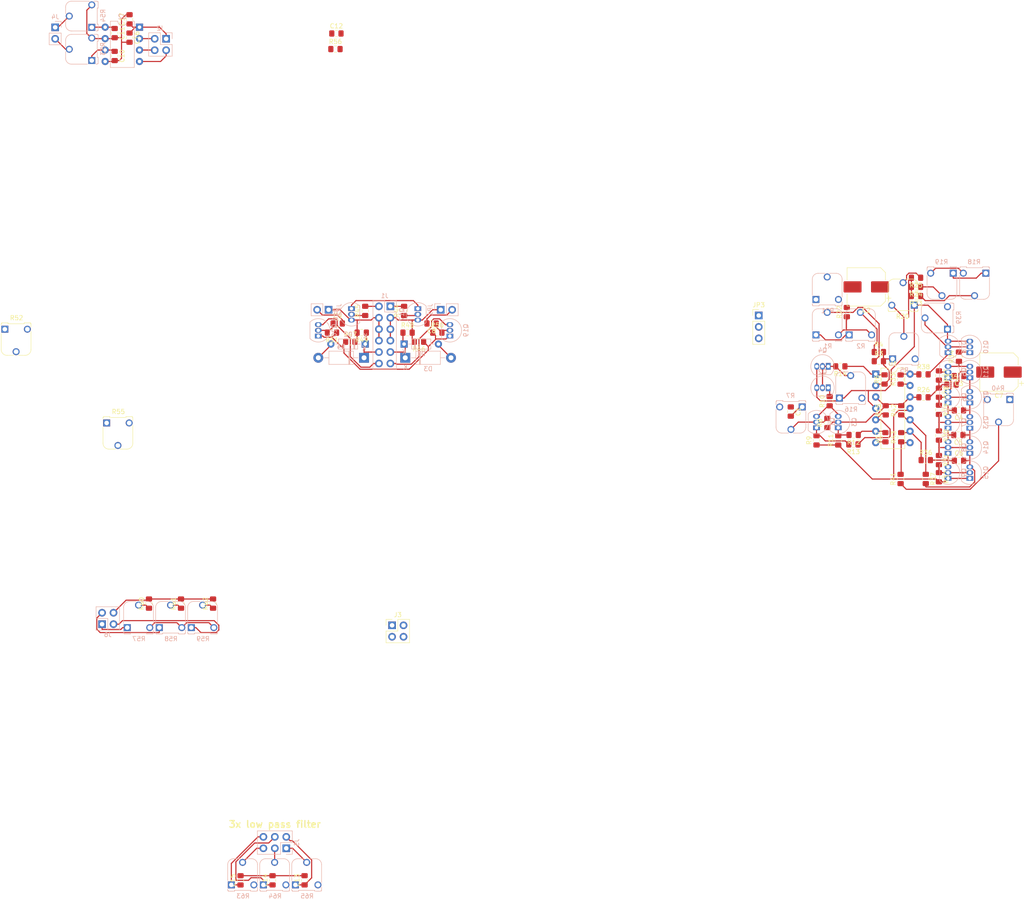
<source format=kicad_pcb>
(kicad_pcb (version 20171130) (host pcbnew 5.1.4)
  (layers (0 F.Cu signal) (31 B.Cu signal) (34 B.Paste user) (35 F.Paste user) (36 B.SilkS user) (37 F.SilkS user) (38 B.Mask user) (39 F.Mask user) (44 Edge.Cuts user))
  (net 0 "")
  (net 1 "Net-(C1-Pad2)")
  (net 2 vca_audio_in)
  (net 3 "Net-(C2-Pad2)")
  (net 4 "Net-(C2-Pad1)")
  (net 5 "Net-(C3-Pad2)")
  (net 6 "Net-(C3-Pad1)")
  (net 7 "Net-(C4-Pad2)")
  (net 8 "Net-(C4-Pad1)")
  (net 9 "Net-(C5-Pad2)")
  (net 10 "Net-(C5-Pad1)")
  (net 11 "Net-(C6-Pad2)")
  (net 12 "Net-(C6-Pad1)")
  (net 13 "Net-(C7-Pad2)")
  (net 14 "Net-(C7-Pad1)")
  (net 15 "Net-(C8-Pad2)")
  (net 16 "Net-(C8-Pad1)")
  (net 17 "Net-(C9-Pad2)")
  (net 18 "Net-(C9-Pad1)")
  (net 19 GND)
  (net 20 "Net-(C10-Pad1)")
  (net 21 "Net-(C11-Pad1)")
  (net 22 VCA_ctl)
  (net 23 "Net-(C13-Pad1)")
  (net 24 "Net-(C14-Pad1)")
  (net 25 "Net-(C15-Pad1)")
  (net 26 clamped1)
  (net 27 clamped2)
  (net 28 sync_out2)
  (net 29 sync_out1)
  (net 30 square_ctl_buf2)
  (net 31 square_ctl_buf1)
  (net 32 square_ctl2)
  (net 33 square_ctl1)
  (net 34 PB13)
  (net 35 PB15)
  (net 36 PB12)
  (net 37 +3V3)
  (net 38 VEE)
  (net 39 VCC)
  (net 40 "Net-(J4-Pad2)")
  (net 41 "Net-(J4-Pad1)")
  (net 42 "Net-(J5-Pad5)")
  (net 43 "Net-(J5-Pad3)")
  (net 44 "Net-(J5-Pad1)")
  (net 45 mixer_out)
  (net 46 vcf_audio_in)
  (net 47 "Net-(Q1-Pad1)")
  (net 48 "Net-(Q1-Pad3)")
  (net 49 "Net-(Q1-Pad2)")
  (net 50 "Net-(Q2-Pad1)")
  (net 51 "Net-(Q2-Pad2)")
  (net 52 "Net-(Q3-Pad1)")
  (net 53 "Net-(Q11-Pad3)")
  (net 54 "Net-(Q12-Pad2)")
  (net 55 "Net-(Q13-Pad2)")
  (net 56 "Net-(Q14-Pad2)")
  (net 57 "Net-(Q15-Pad2)")
  (net 58 "Net-(Q10-Pad1)")
  (net 59 "Net-(Q10-Pad2)")
  (net 60 "Net-(Q17-Pad2)")
  (net 61 "Net-(Q18-Pad2)")
  (net 62 vca_ctl1)
  (net 63 vca_ctl2)
  (net 64 vca_ctl_raw)
  (net 65 "Net-(R14-Pad1)")
  (net 66 "Net-(R12-Pad1)")
  (net 67 "Net-(R13-Pad1)")
  (net 68 vca_audio_out)
  (net 69 vcf_ctl1)
  (net 70 vcf_ctl2)
  (net 71 "Net-(R20-Pad2)")
  (net 72 vcf_ctl_raw)
  (net 73 "Net-(R26-Pad2)")
  (net 74 "Net-(R33-Pad2)")
  (net 75 "Net-(R36-Pad1)")
  (net 76 "Net-(R37-Pad1)")
  (net 77 "Net-(R40-Pad2)")
  (net 78 vcf_audio_out)
  (net 79 "Net-(R55-Pad2)")
  (net 80 "Net-(R57-Pad2)")
  (net 81 "Net-(R58-Pad2)")
  (net 82 "Net-(R59-Pad2)")
  (net 83 vco2_in)
  (net 84 vco3_in)
  (net 85 vco1_in)
  (module Capacitor_SMD:C_0805_2012Metric_Pad1.15x1.40mm_HandSolder (layer F.Cu) (at 47.244 -24.647 90)
    (fp_text reference C17 (at 0 -1.65 90) (layer F.SilkS))
    (fp_text value 1u)
    (pad 2 smd roundrect (at 1.025 0 90) (size 1.15 1.4) (layers F.Cu F.Paste F.Mask) (roundrect_rratio 0.217391) (net 19 GND))
    (pad 1 smd roundrect (at -1.025 0 90) (size 1.15 1.4) (layers F.Cu F.Paste F.Mask) (roundrect_rratio 0.217391) (net 37 +3V3))
  )
  (module Capacitor_SMD:C_0805_2012Metric_Pad1.15x1.40mm_HandSolder (layer F.Cu) (at 47.244 -20.574 270)
    (fp_text reference C16 (at 0 -1.65 90) (layer F.SilkS))
    (fp_text value 10n)
    (pad 2 smd roundrect (at 1.025 0 270) (size 1.15 1.4) (layers F.Cu F.Paste F.Mask) (roundrect_rratio 0.217391) (net 19 GND))
    (pad 1 smd roundrect (at -1.025 0 270) (size 1.15 1.4) (layers F.Cu F.Paste F.Mask) (roundrect_rratio 0.217391) (net 37 +3V3))
  )
  (module Connector_PinHeader_2.54mm:PinHeader_2x02_P2.54mm_Vertical (layer B.Cu) (at 41.148 109.728)
    (fp_text reference J6 (at 1.27 2.33) (layer B.SilkS) (effects (justify mirror)))
    (fp_text value Conn_02x02_Odd_Even)
    (pad 4 thru_hole oval (at 2.54 -2.54) (size 1.7 1.7) (drill 1) (layers *.Cu *.Mask) (net 45 mixer_out))
    (pad 3 thru_hole oval (at 0 -2.54) (size 1.7 1.7) (drill 1) (layers *.Cu *.Mask) (net 83 vco2_in))
    (pad 2 thru_hole oval (at 2.54 0) (size 1.7 1.7) (drill 1) (layers *.Cu *.Mask) (net 84 vco3_in))
    (pad 1 thru_hole rect (at 0 0) (size 1.7 1.7) (drill 1) (layers *.Cu *.Mask) (net 85 vco1_in))
  )
  (module Resistor_SMD:R_0805_2012Metric_Pad1.15x1.40mm_HandSolder (layer F.Cu) (at 229.734 56.515)
    (fp_text reference R35 (at 0 -1.65) (layer F.SilkS))
    (fp_text value 470)
    (pad 2 smd roundrect (at 1.025 0) (size 1.15 1.4) (layers F.Cu F.Paste F.Mask) (roundrect_rratio 0.217391) (net 13 "Net-(C7-Pad2)"))
    (pad 1 smd roundrect (at -1.025 0) (size 1.15 1.4) (layers F.Cu F.Paste F.Mask) (roundrect_rratio 0.217391) (net 73 "Net-(R26-Pad2)"))
  )
  (module Potentiometer_THT:Potentiometer_Runtron_RM-065_Vertical (layer B.Cu) (at 84.074 167.64)
    (fp_text reference R65 (at 2.6 2.5) (layer B.SilkS) (effects (justify mirror)))
    (fp_text value any)
    (pad 2 thru_hole circle (at 2.5 -5) (size 1.55 1.55) (drill 1) (layers *.Cu *.Mask) (net 44 "Net-(J5-Pad1)"))
    (pad 1 thru_hole rect (at 0 0) (size 1.55 1.55) (drill 1) (layers *.Cu *.Mask) (net 23 "Net-(C13-Pad1)"))
    (pad 3 thru_hole circle (at 5 0) (size 1.55 1.55) (drill 1) (layers *.Cu *.Mask))
  )
  (module Potentiometer_THT:Potentiometer_Runtron_RM-065_Vertical (layer B.Cu) (at 76.962 167.64)
    (fp_text reference R64 (at 2.6 2.5) (layer B.SilkS) (effects (justify mirror)))
    (fp_text value any)
    (pad 2 thru_hole circle (at 2.5 -5) (size 1.55 1.55) (drill 1) (layers *.Cu *.Mask) (net 43 "Net-(J5-Pad3)"))
    (pad 1 thru_hole rect (at 0 0) (size 1.55 1.55) (drill 1) (layers *.Cu *.Mask) (net 24 "Net-(C14-Pad1)"))
    (pad 3 thru_hole circle (at 5 0) (size 1.55 1.55) (drill 1) (layers *.Cu *.Mask))
  )
  (module Potentiometer_THT:Potentiometer_Runtron_RM-065_Vertical (layer B.Cu) (at 69.85 167.64)
    (fp_text reference R63 (at 2.6 2.5) (layer B.SilkS) (effects (justify mirror)))
    (fp_text value any)
    (pad 2 thru_hole circle (at 2.5 -5) (size 1.55 1.55) (drill 1) (layers *.Cu *.Mask) (net 42 "Net-(J5-Pad5)"))
    (pad 1 thru_hole rect (at 0 0) (size 1.55 1.55) (drill 1) (layers *.Cu *.Mask) (net 25 "Net-(C15-Pad1)"))
    (pad 3 thru_hole circle (at 5 0) (size 1.55 1.55) (drill 1) (layers *.Cu *.Mask))
  )
  (module Potentiometer_THT:Potentiometer_Runtron_RM-065_Vertical (layer B.Cu) (at 242.697 59.817 180)
    (fp_text reference R40 (at 2.6 2.5) (layer B.SilkS) (effects (justify mirror)))
    (fp_text value 100k)
    (pad 2 thru_hole circle (at 2.5 -5 180) (size 1.55 1.55) (drill 1) (layers *.Cu *.Mask) (net 77 "Net-(R40-Pad2)"))
    (pad 1 thru_hole rect (at 0 0 180) (size 1.55 1.55) (drill 1) (layers *.Cu *.Mask) (net 14 "Net-(C7-Pad1)"))
    (pad 3 thru_hole circle (at 5 0 180) (size 1.55 1.55) (drill 1) (layers *.Cu *.Mask))
  )
  (module Potentiometer_THT:Potentiometer_Runtron_RM-065_Vertical (layer B.Cu) (at 228.854 44.196 90)
    (fp_text reference R39 (at 2.6 2.5 90) (layer B.SilkS) (effects (justify mirror)))
    (fp_text value 10k)
    (pad 2 thru_hole circle (at 2.5 -5 90) (size 1.55 1.55) (drill 1) (layers *.Cu *.Mask) (net 59 "Net-(Q10-Pad2)"))
    (pad 1 thru_hole rect (at 0 0 90) (size 1.55 1.55) (drill 1) (layers *.Cu *.Mask) (net 39 VCC))
    (pad 3 thru_hole circle (at 5 0 90) (size 1.55 1.55) (drill 1) (layers *.Cu *.Mask))
  )
  (module Potentiometer_THT:Potentiometer_Runtron_RM-065_Vertical (layer B.Cu) (at 199.644 37.592)
    (fp_text reference R21 (at 2.6 2.5) (layer B.SilkS) (effects (justify mirror)))
    (fp_text value 1Meg)
    (pad 2 thru_hole circle (at 2.5 -5) (size 1.55 1.55) (drill 1) (layers *.Cu *.Mask) (net 46 vcf_audio_in))
    (pad 1 thru_hole rect (at 0 0) (size 1.55 1.55) (drill 1) (layers *.Cu *.Mask) (net 3 "Net-(C2-Pad2)"))
    (pad 3 thru_hole circle (at 5 0) (size 1.55 1.55) (drill 1) (layers *.Cu *.Mask))
  )
  (module Potentiometer_THT:Potentiometer_Runtron_RM-065_Vertical (layer B.Cu) (at 204.851 59.4995)
    (fp_text reference R16 (at 2.6 2.5) (layer B.SilkS) (effects (justify mirror)))
    (fp_text value 100k)
    (pad 2 thru_hole circle (at 2.5 -5) (size 1.55 1.55) (drill 1) (layers *.Cu *.Mask) (net 51 "Net-(Q2-Pad2)"))
    (pad 1 thru_hole rect (at 0 0) (size 1.55 1.55) (drill 1) (layers *.Cu *.Mask) (net 39 VCC))
    (pad 3 thru_hole circle (at 5 0) (size 1.55 1.55) (drill 1) (layers *.Cu *.Mask))
  )
  (module Potentiometer_THT:Potentiometer_Runtron_RM-065_Vertical (layer B.Cu) (at 196.596 61.468 180)
    (fp_text reference R7 (at 2.6 2.5) (layer B.SilkS) (effects (justify mirror)))
    (fp_text value 100k)
    (pad 2 thru_hole circle (at 2.5 -5 180) (size 1.55 1.55) (drill 1) (layers *.Cu *.Mask) (net 49 "Net-(Q1-Pad2)"))
    (pad 1 thru_hole rect (at 0 0 180) (size 1.55 1.55) (drill 1) (layers *.Cu *.Mask) (net 1 "Net-(C1-Pad2)"))
    (pad 3 thru_hole circle (at 5 0 180) (size 1.55 1.55) (drill 1) (layers *.Cu *.Mask))
  )
  (module Potentiometer_THT:Potentiometer_Runtron_RM-065_Vertical (layer B.Cu) (at 216.662 50.8)
    (fp_text reference R5 (at 2.6 2.5) (layer B.SilkS) (effects (justify mirror)))
    (fp_text value 200k)
    (pad 2 thru_hole circle (at 2.5 -5) (size 1.55 1.55) (drill 1) (layers *.Cu *.Mask) (net 38 VEE))
    (pad 1 thru_hole rect (at 0 0) (size 1.55 1.55) (drill 1) (layers *.Cu *.Mask) (net 64 vca_ctl_raw))
    (pad 3 thru_hole circle (at 5 0) (size 1.55 1.55) (drill 1) (layers *.Cu *.Mask))
  )
  (module Package_DIP:DIP-8_W7.62mm (layer B.Cu) (at 49.4545 -22.8975 180)
    (fp_text reference U2 (at 3.81 2.33) (layer B.SilkS) (effects (justify mirror)))
    (fp_text value MCP4822)
    (pad 8 thru_hole oval (at 7.62 0 180) (size 1.6 1.6) (drill 0.8) (layers *.Cu *.Mask) (net 21 "Net-(C11-Pad1)"))
    (pad 4 thru_hole oval (at 0 -7.62 180) (size 1.6 1.6) (drill 0.8) (layers *.Cu *.Mask) (net 35 PB15))
    (pad 7 thru_hole oval (at 7.62 -2.54 180) (size 1.6 1.6) (drill 0.8) (layers *.Cu *.Mask) (net 19 GND))
    (pad 3 thru_hole oval (at 0 -5.08 180) (size 1.6 1.6) (drill 0.8) (layers *.Cu *.Mask) (net 34 PB13))
    (pad 6 thru_hole oval (at 7.62 -5.08 180) (size 1.6 1.6) (drill 0.8) (layers *.Cu *.Mask) (net 20 "Net-(C10-Pad1)"))
    (pad 2 thru_hole oval (at 0 -2.54 180) (size 1.6 1.6) (drill 0.8) (layers *.Cu *.Mask) (net 36 PB12))
    (pad 5 thru_hole oval (at 7.62 -7.62 180) (size 1.6 1.6) (drill 0.8) (layers *.Cu *.Mask) (net 19 GND))
    (pad 1 thru_hole rect (at 0 0 180) (size 1.6 1.6) (drill 0.8) (layers *.Cu *.Mask) (net 37 +3V3))
  )
  (module Package_DIP:DIP-14_W7.62mm (layer F.Cu) (at 212.9155 54.1655)
    (fp_text reference U1 (at 3.81 -2.33 180) (layer F.SilkS))
    (fp_text value TL074)
    (pad 14 thru_hole oval (at 7.62 0) (size 1.6 1.6) (drill 0.8) (layers *.Cu *.Mask) (net 74 "Net-(R33-Pad2)"))
    (pad 7 thru_hole oval (at 0 15.24) (size 1.6 1.6) (drill 0.8) (layers *.Cu *.Mask) (net 68 vca_audio_out))
    (pad 13 thru_hole oval (at 7.62 2.54) (size 1.6 1.6) (drill 0.8) (layers *.Cu *.Mask) (net 72 vcf_ctl_raw))
    (pad 6 thru_hole oval (at 0 12.7) (size 1.6 1.6) (drill 0.8) (layers *.Cu *.Mask) (net 66 "Net-(R12-Pad1)"))
    (pad 12 thru_hole oval (at 7.62 5.08) (size 1.6 1.6) (drill 0.8) (layers *.Cu *.Mask) (net 19 GND))
    (pad 5 thru_hole oval (at 0 10.16) (size 1.6 1.6) (drill 0.8) (layers *.Cu *.Mask) (net 67 "Net-(R13-Pad1)"))
    (pad 11 thru_hole oval (at 7.62 7.62) (size 1.6 1.6) (drill 0.8) (layers *.Cu *.Mask) (net 38 VEE))
    (pad 4 thru_hole oval (at 0 7.62) (size 1.6 1.6) (drill 0.8) (layers *.Cu *.Mask) (net 39 VCC))
    (pad 10 thru_hole oval (at 7.62 10.16) (size 1.6 1.6) (drill 0.8) (layers *.Cu *.Mask) (net 76 "Net-(R37-Pad1)"))
    (pad 3 thru_hole oval (at 0 5.08) (size 1.6 1.6) (drill 0.8) (layers *.Cu *.Mask) (net 19 GND))
    (pad 9 thru_hole oval (at 7.62 12.7) (size 1.6 1.6) (drill 0.8) (layers *.Cu *.Mask) (net 75 "Net-(R36-Pad1)"))
    (pad 2 thru_hole oval (at 0 2.54) (size 1.6 1.6) (drill 0.8) (layers *.Cu *.Mask) (net 64 vca_ctl_raw))
    (pad 8 thru_hole oval (at 7.62 15.24) (size 1.6 1.6) (drill 0.8) (layers *.Cu *.Mask) (net 78 vcf_audio_out))
    (pad 1 thru_hole rect (at 0 0) (size 1.6 1.6) (drill 0.8) (layers *.Cu *.Mask) (net 65 "Net-(R14-Pad1)"))
  )
  (module Resistor_SMD:R_0805_2012Metric_Pad1.15x1.40mm_HandSolder (layer F.Cu) (at 65.786 105.156 90)
    (fp_text reference R62 (at 0 -1.65 90) (layer F.SilkS))
    (fp_text value 10k)
    (pad 2 smd roundrect (at 1.025 0 90) (size 1.15 1.4) (layers F.Cu F.Paste F.Mask) (roundrect_rratio 0.217391) (net 45 mixer_out))
    (pad 1 smd roundrect (at -1.025 0 90) (size 1.15 1.4) (layers F.Cu F.Paste F.Mask) (roundrect_rratio 0.217391) (net 82 "Net-(R59-Pad2)"))
  )
  (module Resistor_SMD:R_0805_2012Metric_Pad1.15x1.40mm_HandSolder (layer F.Cu) (at 58.674 105.156 90)
    (fp_text reference R61 (at 0 -1.65 90) (layer F.SilkS))
    (fp_text value 10k)
    (pad 2 smd roundrect (at 1.025 0 90) (size 1.15 1.4) (layers F.Cu F.Paste F.Mask) (roundrect_rratio 0.217391) (net 45 mixer_out))
    (pad 1 smd roundrect (at -1.025 0 90) (size 1.15 1.4) (layers F.Cu F.Paste F.Mask) (roundrect_rratio 0.217391) (net 81 "Net-(R58-Pad2)"))
  )
  (module Resistor_SMD:R_0805_2012Metric_Pad1.15x1.40mm_HandSolder (layer F.Cu) (at 51.562 105.156 90)
    (fp_text reference R60 (at 0 -1.65 90) (layer F.SilkS))
    (fp_text value 10k)
    (pad 2 smd roundrect (at 1.025 0 90) (size 1.15 1.4) (layers F.Cu F.Paste F.Mask) (roundrect_rratio 0.217391) (net 45 mixer_out))
    (pad 1 smd roundrect (at -1.025 0 90) (size 1.15 1.4) (layers F.Cu F.Paste F.Mask) (roundrect_rratio 0.217391) (net 80 "Net-(R57-Pad2)"))
  )
  (module Potentiometer_THT:Potentiometer_Runtron_RM-065_Vertical (layer B.Cu) (at 60.96 110.49)
    (fp_text reference R59 (at 2.6 2.5) (layer B.SilkS) (effects (justify mirror)))
    (fp_text value 10k)
    (pad 2 thru_hole circle (at 2.5 -5) (size 1.55 1.55) (drill 1) (layers *.Cu *.Mask) (net 82 "Net-(R59-Pad2)"))
    (pad 1 thru_hole rect (at 0 0) (size 1.55 1.55) (drill 1) (layers *.Cu *.Mask) (net 84 vco3_in))
    (pad 3 thru_hole circle (at 5 0) (size 1.55 1.55) (drill 1) (layers *.Cu *.Mask) (net 19 GND))
  )
  (module Potentiometer_THT:Potentiometer_Runtron_RM-065_Vertical (layer B.Cu) (at 53.848 110.49)
    (fp_text reference R58 (at 2.6 2.5) (layer B.SilkS) (effects (justify mirror)))
    (fp_text value 10k)
    (pad 2 thru_hole circle (at 2.5 -5) (size 1.55 1.55) (drill 1) (layers *.Cu *.Mask) (net 81 "Net-(R58-Pad2)"))
    (pad 1 thru_hole rect (at 0 0) (size 1.55 1.55) (drill 1) (layers *.Cu *.Mask) (net 83 vco2_in))
    (pad 3 thru_hole circle (at 5 0) (size 1.55 1.55) (drill 1) (layers *.Cu *.Mask) (net 19 GND))
  )
  (module Potentiometer_THT:Potentiometer_Runtron_RM-065_Vertical (layer B.Cu) (at 46.736 110.49)
    (fp_text reference R57 (at 2.6 2.5) (layer B.SilkS) (effects (justify mirror)))
    (fp_text value 10k)
    (pad 2 thru_hole circle (at 2.5 -5) (size 1.55 1.55) (drill 1) (layers *.Cu *.Mask) (net 80 "Net-(R57-Pad2)"))
    (pad 1 thru_hole rect (at 0 0) (size 1.55 1.55) (drill 1) (layers *.Cu *.Mask) (net 85 vco1_in))
    (pad 3 thru_hole circle (at 5 0) (size 1.55 1.55) (drill 1) (layers *.Cu *.Mask) (net 19 GND))
  )
  (module Resistor_SMD:R_0805_2012Metric_Pad1.15x1.40mm_HandSolder (layer F.Cu) (at 92.964 -18.034)
    (fp_text reference R56 (at 0 -1.65) (layer F.SilkS))
    (fp_text value 10k)
    (pad 2 smd roundrect (at 1.025 0) (size 1.15 1.4) (layers F.Cu F.Paste F.Mask) (roundrect_rratio 0.217391) (net 22 VCA_ctl))
    (pad 1 smd roundrect (at -1.025 0) (size 1.15 1.4) (layers F.Cu F.Paste F.Mask) (roundrect_rratio 0.217391) (net 79 "Net-(R55-Pad2)"))
  )
  (module Potentiometer_THT:Potentiometer_Runtron_RM-065_Vertical (layer F.Cu) (at 42.164 65.024)
    (fp_text reference R55 (at 2.6 -2.5) (layer F.SilkS))
    (fp_text value 1k)
    (pad 2 thru_hole circle (at 2.5 5) (size 1.55 1.55) (drill 1) (layers *.Cu *.Mask) (net 79 "Net-(R55-Pad2)"))
    (pad 1 thru_hole rect (at 0 0) (size 1.55 1.55) (drill 1) (layers *.Cu *.Mask))
    (pad 3 thru_hole circle (at 5 0) (size 1.55 1.55) (drill 1) (layers *.Cu *.Mask) (net 19 GND))
  )
  (module Potentiometer_THT:Potentiometer_Runtron_RM-065_Vertical (layer B.Cu) (at 38.862 -22.86 90)
    (fp_text reference R54 (at 2.6 2.5 270) (layer B.SilkS) (effects (justify mirror)))
    (fp_text value 1k)
    (pad 2 thru_hole circle (at 2.5 -5 90) (size 1.55 1.55) (drill 1) (layers *.Cu *.Mask) (net 41 "Net-(J4-Pad1)"))
    (pad 1 thru_hole rect (at 0 0 90) (size 1.55 1.55) (drill 1) (layers *.Cu *.Mask) (net 21 "Net-(C11-Pad1)"))
    (pad 3 thru_hole circle (at 5 0 90) (size 1.55 1.55) (drill 1) (layers *.Cu *.Mask) (net 19 GND))
  )
  (module Potentiometer_THT:Potentiometer_Runtron_RM-065_Vertical (layer B.Cu) (at 38.862 -15.494 90)
    (fp_text reference R53 (at 2.6 2.5 270) (layer B.SilkS) (effects (justify mirror)))
    (fp_text value 1k)
    (pad 2 thru_hole circle (at 2.5 -5 90) (size 1.55 1.55) (drill 1) (layers *.Cu *.Mask) (net 40 "Net-(J4-Pad2)"))
    (pad 1 thru_hole rect (at 0 0 90) (size 1.55 1.55) (drill 1) (layers *.Cu *.Mask) (net 20 "Net-(C10-Pad1)"))
    (pad 3 thru_hole circle (at 5 0 90) (size 1.55 1.55) (drill 1) (layers *.Cu *.Mask) (net 19 GND))
  )
  (module Potentiometer_THT:Potentiometer_Runtron_RM-065_Vertical (layer F.Cu) (at 19.558 44.196)
    (fp_text reference R52 (at 2.6 -2.5) (layer F.SilkS))
    (fp_text value 1k)
    (pad 2 thru_hole circle (at 2.5 5) (size 1.55 1.55) (drill 1) (layers *.Cu *.Mask))
    (pad 1 thru_hole rect (at 0 0) (size 1.55 1.55) (drill 1) (layers *.Cu *.Mask))
    (pad 3 thru_hole circle (at 5 0) (size 1.55 1.55) (drill 1) (layers *.Cu *.Mask) (net 19 GND))
  )
  (module Resistor_SMD:R_0805_2012Metric_Pad1.15x1.40mm_HandSolder (layer F.Cu) (at 92.193 44.958 180)
    (fp_text reference R51 (at 0 -1.65) (layer F.SilkS))
    (fp_text value 1k)
    (pad 2 smd roundrect (at 1.025 0 180) (size 1.15 1.4) (layers F.Cu F.Paste F.Mask) (roundrect_rratio 0.217391) (net 18 "Net-(C9-Pad1)"))
    (pad 1 smd roundrect (at -1.025 0 180) (size 1.15 1.4) (layers F.Cu F.Paste F.Mask) (roundrect_rratio 0.217391) (net 38 VEE))
  )
  (module Resistor_SMD:R_0805_2012Metric_Pad1.15x1.40mm_HandSolder (layer F.Cu) (at 115.579 44.958)
    (fp_text reference R50 (at 0 -1.65) (layer F.SilkS))
    (fp_text value 1k)
    (pad 2 smd roundrect (at 1.025 0) (size 1.15 1.4) (layers F.Cu F.Paste F.Mask) (roundrect_rratio 0.217391) (net 16 "Net-(C8-Pad1)"))
    (pad 1 smd roundrect (at -1.025 0) (size 1.15 1.4) (layers F.Cu F.Paste F.Mask) (roundrect_rratio 0.217391) (net 38 VEE))
  )
  (module Resistor_SMD:R_0805_2012Metric_Pad1.15x1.40mm_HandSolder (layer F.Cu) (at 98.797 44.958 180)
    (fp_text reference R49 (at 0 -1.65) (layer F.SilkS))
    (fp_text value 10k)
    (pad 2 smd roundrect (at 1.025 0 180) (size 1.15 1.4) (layers F.Cu F.Paste F.Mask) (roundrect_rratio 0.217391) (net 30 square_ctl_buf2))
    (pad 1 smd roundrect (at -1.025 0 180) (size 1.15 1.4) (layers F.Cu F.Paste F.Mask) (roundrect_rratio 0.217391) (net 27 clamped2))
  )
  (module Resistor_SMD:R_0805_2012Metric_Pad1.15x1.40mm_HandSolder (layer F.Cu) (at 108.975 44.958)
    (fp_text reference R48 (at 0 -1.65) (layer F.SilkS))
    (fp_text value 10k)
    (pad 2 smd roundrect (at 1.025 0) (size 1.15 1.4) (layers F.Cu F.Paste F.Mask) (roundrect_rratio 0.217391) (net 31 square_ctl_buf1))
    (pad 1 smd roundrect (at -1.025 0) (size 1.15 1.4) (layers F.Cu F.Paste F.Mask) (roundrect_rratio 0.217391) (net 26 clamped1))
  )
  (module Resistor_SMD:R_0805_2012Metric_Pad1.15x1.40mm_HandSolder (layer F.Cu) (at 96.257 46.99)
    (fp_text reference R47 (at 0 -1.65) (layer F.SilkS))
    (fp_text value 1k)
    (pad 2 smd roundrect (at 1.025 0) (size 1.15 1.4) (layers F.Cu F.Paste F.Mask) (roundrect_rratio 0.217391) (net 30 square_ctl_buf2))
    (pad 1 smd roundrect (at -1.025 0) (size 1.15 1.4) (layers F.Cu F.Paste F.Mask) (roundrect_rratio 0.217391) (net 38 VEE))
  )
  (module Resistor_SMD:R_0805_2012Metric_Pad1.15x1.40mm_HandSolder (layer F.Cu) (at 111.515 46.99 180)
    (fp_text reference R46 (at 0 -1.65) (layer F.SilkS))
    (fp_text value 1k)
    (pad 2 smd roundrect (at 1.025 0 180) (size 1.15 1.4) (layers F.Cu F.Paste F.Mask) (roundrect_rratio 0.217391) (net 31 square_ctl_buf1))
    (pad 1 smd roundrect (at -1.025 0 180) (size 1.15 1.4) (layers F.Cu F.Paste F.Mask) (roundrect_rratio 0.217391) (net 38 VEE))
  )
  (module Resistor_SMD:R_0805_2012Metric_Pad1.15x1.40mm_HandSolder (layer F.Cu) (at 99.568 40.132 90)
    (fp_text reference R45 (at 0 -1.65 90) (layer F.SilkS))
    (fp_text value 10k)
    (pad 2 smd roundrect (at 1.025 0 90) (size 1.15 1.4) (layers F.Cu F.Paste F.Mask) (roundrect_rratio 0.217391) (net 32 square_ctl2))
    (pad 1 smd roundrect (at -1.025 0 90) (size 1.15 1.4) (layers F.Cu F.Paste F.Mask) (roundrect_rratio 0.217391) (net 61 "Net-(Q18-Pad2)"))
  )
  (module Resistor_SMD:R_0805_2012Metric_Pad1.15x1.40mm_HandSolder (layer F.Cu) (at 108.204 40.141 90)
    (fp_text reference R44 (at 0 -1.65 90) (layer F.SilkS))
    (fp_text value 10k)
    (pad 2 smd roundrect (at 1.025 0 90) (size 1.15 1.4) (layers F.Cu F.Paste F.Mask) (roundrect_rratio 0.217391) (net 33 square_ctl1))
    (pad 1 smd roundrect (at -1.025 0 90) (size 1.15 1.4) (layers F.Cu F.Paste F.Mask) (roundrect_rratio 0.217391) (net 60 "Net-(Q17-Pad2)"))
  )
  (module Resistor_SMD:R_0805_2012Metric_Pad1.15x1.40mm_HandSolder (layer F.Cu) (at 218.567 68.199 90)
    (fp_text reference R43 (at 0 -1.65 90) (layer F.SilkS))
    (fp_text value 1Meg)
    (pad 2 smd roundrect (at 1.025 0 90) (size 1.15 1.4) (layers F.Cu F.Paste F.Mask) (roundrect_rratio 0.217391) (net 75 "Net-(R36-Pad1)"))
    (pad 1 smd roundrect (at -1.025 0 90) (size 1.15 1.4) (layers F.Cu F.Paste F.Mask) (roundrect_rratio 0.217391) (net 78 vcf_audio_out))
  )
  (module Resistor_SMD:R_0805_2012Metric_Pad1.15x1.40mm_HandSolder (layer F.Cu) (at 218.567 62.221 90)
    (fp_text reference R42 (at 0 -1.65 90) (layer F.SilkS))
    (fp_text value 1Meg)
    (pad 2 smd roundrect (at 1.025 0 90) (size 1.15 1.4) (layers F.Cu F.Paste F.Mask) (roundrect_rratio 0.217391) (net 19 GND))
    (pad 1 smd roundrect (at -1.025 0 90) (size 1.15 1.4) (layers F.Cu F.Paste F.Mask) (roundrect_rratio 0.217391) (net 76 "Net-(R37-Pad1)"))
  )
  (module Resistor_SMD:R_0805_2012Metric_Pad1.15x1.40mm_HandSolder (layer F.Cu) (at 218.44 77.47 90)
    (fp_text reference R41 (at 0 -1.65 90) (layer F.SilkS))
    (fp_text value 10k)
    (pad 2 smd roundrect (at 1.025 0 90) (size 1.15 1.4) (layers F.Cu F.Paste F.Mask) (roundrect_rratio 0.217391) (net 78 vcf_audio_out))
    (pad 1 smd roundrect (at -1.025 0 90) (size 1.15 1.4) (layers F.Cu F.Paste F.Mask) (roundrect_rratio 0.217391) (net 77 "Net-(R40-Pad2)"))
  )
  (module Resistor_SMD:R_0805_2012Metric_Pad1.15x1.40mm_HandSolder (layer F.Cu) (at 223.52 54.229)
    (fp_text reference R38 (at 0 -1.65) (layer F.SilkS))
    (fp_text value 10k)
    (pad 2 smd roundrect (at 1.025 0) (size 1.15 1.4) (layers F.Cu F.Paste F.Mask) (roundrect_rratio 0.217391) (net 59 "Net-(Q10-Pad2)"))
    (pad 1 smd roundrect (at -1.025 0) (size 1.15 1.4) (layers F.Cu F.Paste F.Mask) (roundrect_rratio 0.217391) (net 74 "Net-(R33-Pad2)"))
  )
  (module Resistor_SMD:R_0805_2012Metric_Pad1.15x1.40mm_HandSolder (layer F.Cu) (at 224.028 77.461 270)
    (fp_text reference R37 (at 0 -1.65 90) (layer F.SilkS))
    (fp_text value 10k)
    (pad 2 smd roundrect (at 1.025 0 270) (size 1.15 1.4) (layers F.Cu F.Paste F.Mask) (roundrect_rratio 0.217391) (net 11 "Net-(C6-Pad2)"))
    (pad 1 smd roundrect (at -1.025 0 270) (size 1.15 1.4) (layers F.Cu F.Paste F.Mask) (roundrect_rratio 0.217391) (net 76 "Net-(R37-Pad1)"))
  )
  (module Resistor_SMD:R_0805_2012Metric_Pad1.15x1.40mm_HandSolder (layer F.Cu) (at 224.028 73.279)
    (fp_text reference R36 (at 0 -1.65) (layer F.SilkS))
    (fp_text value 10k)
    (pad 2 smd roundrect (at 1.025 0) (size 1.15 1.4) (layers F.Cu F.Paste F.Mask) (roundrect_rratio 0.217391) (net 12 "Net-(C6-Pad1)"))
    (pad 1 smd roundrect (at -1.025 0) (size 1.15 1.4) (layers F.Cu F.Paste F.Mask) (roundrect_rratio 0.217391) (net 75 "Net-(R36-Pad1)"))
  )
  (module Resistor_SMD:R_0805_2012Metric_Pad1.15x1.40mm_HandSolder (layer F.Cu) (at 231.394 50.301 90)
    (fp_text reference R34 (at 0 -1.65 90) (layer F.SilkS))
    (fp_text value 680)
    (pad 2 smd roundrect (at 1.025 0 90) (size 1.15 1.4) (layers F.Cu F.Paste F.Mask) (roundrect_rratio 0.217391) (net 58 "Net-(Q10-Pad1)"))
    (pad 1 smd roundrect (at -1.025 0 90) (size 1.15 1.4) (layers F.Cu F.Paste F.Mask) (roundrect_rratio 0.217391) (net 53 "Net-(Q11-Pad3)"))
  )
  (module Resistor_SMD:R_0805_2012Metric_Pad1.15x1.40mm_HandSolder (layer F.Cu) (at 218.44 55.372 90)
    (fp_text reference R33 (at 0 -1.65 90) (layer F.SilkS))
    (fp_text value 100k)
    (pad 2 smd roundrect (at 1.025 0 90) (size 1.15 1.4) (layers F.Cu F.Paste F.Mask) (roundrect_rratio 0.217391) (net 74 "Net-(R33-Pad2)"))
    (pad 1 smd roundrect (at -1.025 0 90) (size 1.15 1.4) (layers F.Cu F.Paste F.Mask) (roundrect_rratio 0.217391) (net 72 vcf_ctl_raw))
  )
  (module Resistor_SMD:R_0805_2012Metric_Pad1.15x1.40mm_HandSolder (layer F.Cu) (at 226.949 77.08 270)
    (fp_text reference R32 (at 0 -1.65 90) (layer F.SilkS))
    (fp_text value 220)
    (pad 2 smd roundrect (at 1.025 0 270) (size 1.15 1.4) (layers F.Cu F.Paste F.Mask) (roundrect_rratio 0.217391) (net 38 VEE))
    (pad 1 smd roundrect (at -1.025 0 270) (size 1.15 1.4) (layers F.Cu F.Paste F.Mask) (roundrect_rratio 0.217391) (net 57 "Net-(Q15-Pad2)"))
  )
  (module Resistor_SMD:R_0805_2012Metric_Pad1.15x1.40mm_HandSolder (layer F.Cu) (at 226.949 73.279 270)
    (fp_text reference R31 (at 0 -1.65 90) (layer F.SilkS))
    (fp_text value 150)
    (pad 2 smd roundrect (at 1.025 0 270) (size 1.15 1.4) (layers F.Cu F.Paste F.Mask) (roundrect_rratio 0.217391) (net 57 "Net-(Q15-Pad2)"))
    (pad 1 smd roundrect (at -1.025 0 270) (size 1.15 1.4) (layers F.Cu F.Paste F.Mask) (roundrect_rratio 0.217391) (net 56 "Net-(Q14-Pad2)"))
  )
  (module Resistor_SMD:R_0805_2012Metric_Pad1.15x1.40mm_HandSolder (layer F.Cu) (at 226.949 67.818 270)
    (fp_text reference R30 (at 0 -1.65 90) (layer F.SilkS))
    (fp_text value 150)
    (pad 2 smd roundrect (at 1.025 0 270) (size 1.15 1.4) (layers F.Cu F.Paste F.Mask) (roundrect_rratio 0.217391) (net 56 "Net-(Q14-Pad2)"))
    (pad 1 smd roundrect (at -1.025 0 270) (size 1.15 1.4) (layers F.Cu F.Paste F.Mask) (roundrect_rratio 0.217391) (net 55 "Net-(Q13-Pad2)"))
  )
  (module Resistor_SMD:R_0805_2012Metric_Pad1.15x1.40mm_HandSolder (layer F.Cu) (at 226.949 62.103 270)
    (fp_text reference R29 (at 0 -1.65 90) (layer F.SilkS))
    (fp_text value 150)
    (pad 2 smd roundrect (at 1.025 0 270) (size 1.15 1.4) (layers F.Cu F.Paste F.Mask) (roundrect_rratio 0.217391) (net 55 "Net-(Q13-Pad2)"))
    (pad 1 smd roundrect (at -1.025 0 270) (size 1.15 1.4) (layers F.Cu F.Paste F.Mask) (roundrect_rratio 0.217391) (net 54 "Net-(Q12-Pad2)"))
  )
  (module Resistor_SMD:R_0805_2012Metric_Pad1.15x1.40mm_HandSolder (layer F.Cu) (at 226.949 58.284 270)
    (fp_text reference R28 (at 0 -1.65 90) (layer F.SilkS))
    (fp_text value 150)
    (pad 2 smd roundrect (at 1.025 0 270) (size 1.15 1.4) (layers F.Cu F.Paste F.Mask) (roundrect_rratio 0.217391) (net 54 "Net-(Q12-Pad2)"))
    (pad 1 smd roundrect (at -1.025 0 270) (size 1.15 1.4) (layers F.Cu F.Paste F.Mask) (roundrect_rratio 0.217391) (net 73 "Net-(R26-Pad2)"))
  )
  (module Resistor_SMD:R_0805_2012Metric_Pad1.15x1.40mm_HandSolder (layer F.Cu) (at 226.949 54.483 270)
    (fp_text reference R27 (at 0 -1.65 90) (layer F.SilkS))
    (fp_text value 470)
    (pad 2 smd roundrect (at 1.025 0 270) (size 1.15 1.4) (layers F.Cu F.Paste F.Mask) (roundrect_rratio 0.217391) (net 73 "Net-(R26-Pad2)"))
    (pad 1 smd roundrect (at -1.025 0 270) (size 1.15 1.4) (layers F.Cu F.Paste F.Mask) (roundrect_rratio 0.217391) (net 4 "Net-(C2-Pad1)"))
  )
  (module Resistor_SMD:R_0805_2012Metric_Pad1.15x1.40mm_HandSolder (layer F.Cu) (at 223.529 59.318)
    (fp_text reference R26 (at 0 -1.65) (layer F.SilkS))
    (fp_text value 180)
    (pad 2 smd roundrect (at 1.025 0) (size 1.15 1.4) (layers F.Cu F.Paste F.Mask) (roundrect_rratio 0.217391) (net 73 "Net-(R26-Pad2)"))
    (pad 1 smd roundrect (at -1.025 0) (size 1.15 1.4) (layers F.Cu F.Paste F.Mask) (roundrect_rratio 0.217391) (net 19 GND))
  )
  (module Resistor_SMD:R_0805_2012Metric_Pad1.15x1.40mm_HandSolder (layer F.Cu) (at 221.869 32.766 180)
    (fp_text reference R25 (at 0 -1.65) (layer F.SilkS))
    (fp_text value 47k)
    (pad 2 smd roundrect (at 1.025 0 180) (size 1.15 1.4) (layers F.Cu F.Paste F.Mask) (roundrect_rratio 0.217391) (net 72 vcf_ctl_raw))
    (pad 1 smd roundrect (at -1.025 0 180) (size 1.15 1.4) (layers F.Cu F.Paste F.Mask) (roundrect_rratio 0.217391) (net 71 "Net-(R20-Pad2)"))
  )
  (module Resistor_SMD:R_0805_2012Metric_Pad1.15x1.40mm_HandSolder (layer F.Cu) (at 221.869 34.798 180)
    (fp_text reference R24 (at 0 -1.65 180) (layer F.SilkS))
    (fp_text value 100k)
    (pad 2 smd roundrect (at 1.025 0 180) (size 1.15 1.4) (layers F.Cu F.Paste F.Mask) (roundrect_rratio 0.217391) (net 72 vcf_ctl_raw))
    (pad 1 smd roundrect (at -1.025 0 180) (size 1.15 1.4) (layers F.Cu F.Paste F.Mask) (roundrect_rratio 0.217391) (net 70 vcf_ctl2))
  )
  (module Resistor_SMD:R_0805_2012Metric_Pad1.15x1.40mm_HandSolder (layer F.Cu) (at 221.86 36.83 180)
    (fp_text reference R23 (at 0 -1.65) (layer F.SilkS))
    (fp_text value 100k)
    (pad 2 smd roundrect (at 1.025 0 180) (size 1.15 1.4) (layers F.Cu F.Paste F.Mask) (roundrect_rratio 0.217391) (net 72 vcf_ctl_raw))
    (pad 1 smd roundrect (at -1.025 0 180) (size 1.15 1.4) (layers F.Cu F.Paste F.Mask) (roundrect_rratio 0.217391) (net 69 vcf_ctl1))
  )
  (module Resistor_SMD:R_0805_2012Metric_Pad1.15x1.40mm_HandSolder (layer F.Cu) (at 206.502 40.395 90)
    (fp_text reference R22 (at 0 -1.65 90) (layer F.SilkS))
    (fp_text value 1k)
    (pad 2 smd roundrect (at 1.025 0 90) (size 1.15 1.4) (layers F.Cu F.Paste F.Mask) (roundrect_rratio 0.217391) (net 3 "Net-(C2-Pad2)"))
    (pad 1 smd roundrect (at -1.025 0 90) (size 1.15 1.4) (layers F.Cu F.Paste F.Mask) (roundrect_rratio 0.217391) (net 19 GND))
  )
  (module Potentiometer_THT:Potentiometer_Runtron_RM-065_Vertical (layer F.Cu) (at 221.488 38.862 180)
    (fp_text reference R20 (at 2.6 -2.5 180) (layer F.SilkS))
    (fp_text value 100k)
    (pad 2 thru_hole circle (at 2.5 5 180) (size 1.55 1.55) (drill 1) (layers *.Cu *.Mask) (net 71 "Net-(R20-Pad2)"))
    (pad 1 thru_hole rect (at 0 0 180) (size 1.55 1.55) (drill 1) (layers *.Cu *.Mask) (net 39 VCC))
    (pad 3 thru_hole circle (at 5 0 180) (size 1.55 1.55) (drill 1) (layers *.Cu *.Mask) (net 38 VEE))
  )
  (module Potentiometer_THT:Potentiometer_Runtron_RM-065_Vertical (layer B.Cu) (at 230.124 31.75 180)
    (fp_text reference R19 (at 2.6 2.5) (layer B.SilkS) (effects (justify mirror)))
    (fp_text value 10k)
    (pad 2 thru_hole circle (at 2.5 -5 180) (size 1.55 1.55) (drill 1) (layers *.Cu *.Mask) (net 70 vcf_ctl2))
    (pad 1 thru_hole rect (at 0 0 180) (size 1.55 1.55) (drill 1) (layers *.Cu *.Mask))
    (pad 3 thru_hole circle (at 5 0 180) (size 1.55 1.55) (drill 1) (layers *.Cu *.Mask) (net 19 GND))
  )
  (module Potentiometer_THT:Potentiometer_Runtron_RM-065_Vertical (layer B.Cu) (at 237.363 31.75 180)
    (fp_text reference R18 (at 2.6 2.5) (layer B.SilkS) (effects (justify mirror)))
    (fp_text value 10k)
    (pad 2 thru_hole circle (at 2.5 -5 180) (size 1.55 1.55) (drill 1) (layers *.Cu *.Mask) (net 69 vcf_ctl1))
    (pad 1 thru_hole rect (at 0 0 180) (size 1.55 1.55) (drill 1) (layers *.Cu *.Mask))
    (pad 3 thru_hole circle (at 5 0 180) (size 1.55 1.55) (drill 1) (layers *.Cu *.Mask) (net 19 GND))
  )
  (module Resistor_SMD:R_0805_2012Metric_Pad1.15x1.40mm_HandSolder (layer F.Cu) (at 215.0745 68.199 90)
    (fp_text reference R17 (at 0 -1.65 90) (layer F.SilkS))
    (fp_text value 100k)
    (pad 2 smd roundrect (at 1.025 0 90) (size 1.15 1.4) (layers F.Cu F.Paste F.Mask) (roundrect_rratio 0.217391) (net 66 "Net-(R12-Pad1)"))
    (pad 1 smd roundrect (at -1.025 0 90) (size 1.15 1.4) (layers F.Cu F.Paste F.Mask) (roundrect_rratio 0.217391) (net 68 vca_audio_out))
  )
  (module Resistor_SMD:R_0805_2012Metric_Pad1.15x1.40mm_HandSolder (layer F.Cu) (at 215.138 62.221 90)
    (fp_text reference R15 (at 0 -1.65 90) (layer F.SilkS))
    (fp_text value 100k)
    (pad 2 smd roundrect (at 1.025 0 90) (size 1.15 1.4) (layers F.Cu F.Paste F.Mask) (roundrect_rratio 0.217391) (net 19 GND))
    (pad 1 smd roundrect (at -1.025 0 90) (size 1.15 1.4) (layers F.Cu F.Paste F.Mask) (roundrect_rratio 0.217391) (net 67 "Net-(R13-Pad1)"))
  )
  (module Resistor_SMD:R_0805_2012Metric_Pad1.15x1.40mm_HandSolder (layer F.Cu) (at 205.0505 52.451 180)
    (fp_text reference R14 (at 0 -1.65) (layer F.SilkS))
    (fp_text value 100k)
    (pad 2 smd roundrect (at 1.025 0 180) (size 1.15 1.4) (layers F.Cu F.Paste F.Mask) (roundrect_rratio 0.217391) (net 51 "Net-(Q2-Pad2)"))
    (pad 1 smd roundrect (at -1.025 0 180) (size 1.15 1.4) (layers F.Cu F.Paste F.Mask) (roundrect_rratio 0.217391) (net 65 "Net-(R14-Pad1)"))
  )
  (module Resistor_SMD:R_0805_2012Metric_Pad1.15x1.40mm_HandSolder (layer F.Cu) (at 207.9625 69.7865 180)
    (fp_text reference R13 (at 0 -1.65) (layer F.SilkS))
    (fp_text value 20k)
    (pad 2 smd roundrect (at 1.025 0 180) (size 1.15 1.4) (layers F.Cu F.Paste F.Mask) (roundrect_rratio 0.217391) (net 47 "Net-(Q1-Pad1)"))
    (pad 1 smd roundrect (at -1.025 0 180) (size 1.15 1.4) (layers F.Cu F.Paste F.Mask) (roundrect_rratio 0.217391) (net 67 "Net-(R13-Pad1)"))
  )
  (module Resistor_SMD:R_0805_2012Metric_Pad1.15x1.40mm_HandSolder (layer F.Cu) (at 208.017 67.691 180)
    (fp_text reference R12 (at 0 -1.65) (layer F.SilkS))
    (fp_text value 20k)
    (pad 2 smd roundrect (at 1.025 0 180) (size 1.15 1.4) (layers F.Cu F.Paste F.Mask) (roundrect_rratio 0.217391) (net 52 "Net-(Q3-Pad1)"))
    (pad 1 smd roundrect (at -1.025 0 180) (size 1.15 1.4) (layers F.Cu F.Paste F.Mask) (roundrect_rratio 0.217391) (net 66 "Net-(R12-Pad1)"))
  )
  (module Resistor_SMD:R_0805_2012Metric_Pad1.15x1.40mm_HandSolder (layer F.Cu) (at 204.597 68.8975 90)
    (fp_text reference R11 (at 0 -1.65 90) (layer F.SilkS))
    (fp_text value 10k)
    (pad 2 smd roundrect (at 1.025 0 90) (size 1.15 1.4) (layers F.Cu F.Paste F.Mask) (roundrect_rratio 0.217391) (net 52 "Net-(Q3-Pad1)"))
    (pad 1 smd roundrect (at -1.025 0 90) (size 1.15 1.4) (layers F.Cu F.Paste F.Mask) (roundrect_rratio 0.217391) (net 38 VEE))
  )
  (module Resistor_SMD:R_0805_2012Metric_Pad1.15x1.40mm_HandSolder (layer F.Cu) (at 202.692 60.189 90)
    (fp_text reference R10 (at 0 -1.65 90) (layer F.SilkS))
    (fp_text value 10k)
    (pad 2 smd roundrect (at 1.025 0 90) (size 1.15 1.4) (layers F.Cu F.Paste F.Mask) (roundrect_rratio 0.217391) (net 50 "Net-(Q2-Pad1)"))
    (pad 1 smd roundrect (at -1.025 0 90) (size 1.15 1.4) (layers F.Cu F.Paste F.Mask) (roundrect_rratio 0.217391) (net 48 "Net-(Q1-Pad3)"))
  )
  (module Resistor_SMD:R_0805_2012Metric_Pad1.15x1.40mm_HandSolder (layer F.Cu) (at 199.771 68.8885 90)
    (fp_text reference R9 (at 0 -1.65 90) (layer F.SilkS))
    (fp_text value 10k)
    (pad 2 smd roundrect (at 1.025 0 90) (size 1.15 1.4) (layers F.Cu F.Paste F.Mask) (roundrect_rratio 0.217391) (net 47 "Net-(Q1-Pad1)"))
    (pad 1 smd roundrect (at -1.025 0 90) (size 1.15 1.4) (layers F.Cu F.Paste F.Mask) (roundrect_rratio 0.217391) (net 38 VEE))
  )
  (module Resistor_SMD:R_0805_2012Metric_Pad1.15x1.40mm_HandSolder (layer F.Cu) (at 202.184 65.024 90)
    (fp_text reference R8 (at 0 -1.65 90) (layer F.SilkS))
    (fp_text value 1k)
    (pad 2 smd roundrect (at 1.025 0 90) (size 1.15 1.4) (layers F.Cu F.Paste F.Mask) (roundrect_rratio 0.217391) (net 49 "Net-(Q1-Pad2)"))
    (pad 1 smd roundrect (at -1.025 0 90) (size 1.15 1.4) (layers F.Cu F.Paste F.Mask) (roundrect_rratio 0.217391) (net 19 GND))
  )
  (module Resistor_SMD:R_0805_2012Metric_Pad1.15x1.40mm_HandSolder (layer F.Cu) (at 214.884 55.363 90)
    (fp_text reference R6 (at 0 -1.65 90) (layer F.SilkS))
    (fp_text value 100k)
    (pad 2 smd roundrect (at 1.025 0 90) (size 1.15 1.4) (layers F.Cu F.Paste F.Mask) (roundrect_rratio 0.217391) (net 65 "Net-(R14-Pad1)"))
    (pad 1 smd roundrect (at -1.025 0 90) (size 1.15 1.4) (layers F.Cu F.Paste F.Mask) (roundrect_rratio 0.217391) (net 64 vca_ctl_raw))
  )
  (module Resistor_SMD:R_0805_2012Metric_Pad1.15x1.40mm_HandSolder (layer F.Cu) (at 213.614 49.276)
    (fp_text reference R4 (at 0 -1.65) (layer F.SilkS))
    (fp_text value 100k)
    (pad 2 smd roundrect (at 1.025 0) (size 1.15 1.4) (layers F.Cu F.Paste F.Mask) (roundrect_rratio 0.217391) (net 64 vca_ctl_raw))
    (pad 1 smd roundrect (at -1.025 0) (size 1.15 1.4) (layers F.Cu F.Paste F.Mask) (roundrect_rratio 0.217391) (net 63 vca_ctl2))
  )
  (module Resistor_SMD:R_0805_2012Metric_Pad1.15x1.40mm_HandSolder (layer F.Cu) (at 213.614 51.308)
    (fp_text reference R3 (at 0 -1.65) (layer F.SilkS))
    (fp_text value 100k)
    (pad 2 smd roundrect (at 1.025 0) (size 1.15 1.4) (layers F.Cu F.Paste F.Mask) (roundrect_rratio 0.217391) (net 64 vca_ctl_raw))
    (pad 1 smd roundrect (at -1.025 0) (size 1.15 1.4) (layers F.Cu F.Paste F.Mask) (roundrect_rratio 0.217391) (net 62 vca_ctl1))
  )
  (module Potentiometer_THT:Potentiometer_Runtron_RM-065_Vertical (layer B.Cu) (at 207.01 45.466)
    (fp_text reference R2 (at 2.6 2.5) (layer B.SilkS) (effects (justify mirror)))
    (fp_text value 10k)
    (pad 2 thru_hole circle (at 2.5 -5) (size 1.55 1.55) (drill 1) (layers *.Cu *.Mask) (net 63 vca_ctl2))
    (pad 1 thru_hole rect (at 0 0) (size 1.55 1.55) (drill 1) (layers *.Cu *.Mask))
    (pad 3 thru_hole circle (at 5 0) (size 1.55 1.55) (drill 1) (layers *.Cu *.Mask) (net 19 GND))
  )
  (module Potentiometer_THT:Potentiometer_Runtron_RM-065_Vertical (layer B.Cu) (at 199.644 45.466)
    (fp_text reference R1 (at 2.6 2.5) (layer B.SilkS) (effects (justify mirror)))
    (fp_text value 10k)
    (pad 2 thru_hole circle (at 2.5 -5) (size 1.55 1.55) (drill 1) (layers *.Cu *.Mask) (net 62 vca_ctl1))
    (pad 1 thru_hole rect (at 0 0) (size 1.55 1.55) (drill 1) (layers *.Cu *.Mask))
    (pad 3 thru_hole circle (at 5 0) (size 1.55 1.55) (drill 1) (layers *.Cu *.Mask) (net 19 GND))
  )
  (module Package_TO_SOT_THT:TO-92_Inline (layer B.Cu) (at 89.154 45.72 90)
    (fp_text reference Q20 (at 1.27 3.56 90) (layer B.SilkS) (effects (justify mirror)))
    (fp_text value 2N7000)
    (pad 1 thru_hole rect (at 0 0 90) (size 1.05 1.5) (drill 0.75) (layers *.Cu *.Mask) (net 38 VEE))
    (pad 3 thru_hole oval (at 2.54 0 90) (size 1.05 1.5) (drill 0.75) (layers *.Cu *.Mask) (net 28 sync_out2))
    (pad 2 thru_hole oval (at 1.27 0 90) (size 1.05 1.5) (drill 0.75) (layers *.Cu *.Mask) (net 18 "Net-(C9-Pad1)"))
  )
  (module Package_TO_SOT_THT:TO-92_Inline (layer B.Cu) (at 118.364 45.72 90)
    (fp_text reference Q19 (at 1.27 3.56 90) (layer B.SilkS) (effects (justify mirror)))
    (fp_text value 2N7000)
    (pad 1 thru_hole rect (at 0 0 90) (size 1.05 1.5) (drill 0.75) (layers *.Cu *.Mask) (net 38 VEE))
    (pad 3 thru_hole oval (at 2.54 0 90) (size 1.05 1.5) (drill 0.75) (layers *.Cu *.Mask) (net 29 sync_out1))
    (pad 2 thru_hole oval (at 1.27 0 90) (size 1.05 1.5) (drill 0.75) (layers *.Cu *.Mask) (net 16 "Net-(C8-Pad1)"))
  )
  (module Package_TO_SOT_THT:TO-92_Inline (layer B.Cu) (at 96.52 39.624 270)
    (fp_text reference Q18 (at 1.27 3.56 90) (layer B.SilkS) (effects (justify mirror)))
    (fp_text value BC547)
    (pad 1 thru_hole rect (at 0 0 270) (size 1.05 1.5) (drill 0.75) (layers *.Cu *.Mask) (net 39 VCC))
    (pad 3 thru_hole oval (at 2.54 0 270) (size 1.05 1.5) (drill 0.75) (layers *.Cu *.Mask) (net 30 square_ctl_buf2))
    (pad 2 thru_hole oval (at 1.27 0 270) (size 1.05 1.5) (drill 0.75) (layers *.Cu *.Mask) (net 61 "Net-(Q18-Pad2)"))
  )
  (module Package_TO_SOT_THT:TO-92_Inline (layer B.Cu) (at 111.252 39.624 270)
    (fp_text reference Q17 (at 1.27 3.56 90) (layer B.SilkS) (effects (justify mirror)))
    (fp_text value BC547)
    (pad 1 thru_hole rect (at 0 0 270) (size 1.05 1.5) (drill 0.75) (layers *.Cu *.Mask) (net 39 VCC))
    (pad 3 thru_hole oval (at 2.54 0 270) (size 1.05 1.5) (drill 0.75) (layers *.Cu *.Mask) (net 31 square_ctl_buf1))
    (pad 2 thru_hole oval (at 1.27 0 270) (size 1.05 1.5) (drill 0.75) (layers *.Cu *.Mask) (net 60 "Net-(Q17-Pad2)"))
  )
  (module Package_TO_SOT_THT:TO-92_Inline (layer B.Cu) (at 228.981 49.403 90)
    (fp_text reference Q16 (at 1.27 3.56 90) (layer B.SilkS) (effects (justify mirror)))
    (fp_text value BC557)
    (pad 1 thru_hole rect (at 0 0 90) (size 1.05 1.5) (drill 0.75) (layers *.Cu *.Mask) (net 59 "Net-(Q10-Pad2)"))
    (pad 3 thru_hole oval (at 2.54 0 90) (size 1.05 1.5) (drill 0.75) (layers *.Cu *.Mask) (net 39 VCC))
    (pad 2 thru_hole oval (at 1.27 0 90) (size 1.05 1.5) (drill 0.75) (layers *.Cu *.Mask) (net 59 "Net-(Q10-Pad2)"))
  )
  (module Package_TO_SOT_THT:TO-92_Inline (layer B.Cu) (at 233.807 77.343 90)
    (fp_text reference Q15 (at 1.27 3.56 270) (layer B.SilkS) (effects (justify mirror)))
    (fp_text value BC557)
    (pad 1 thru_hole rect (at 0 0 90) (size 1.05 1.5) (drill 0.75) (layers *.Cu *.Mask) (net 38 VEE))
    (pad 3 thru_hole oval (at 2.54 0 90) (size 1.05 1.5) (drill 0.75) (layers *.Cu *.Mask) (net 11 "Net-(C6-Pad2)"))
    (pad 2 thru_hole oval (at 1.27 0 90) (size 1.05 1.5) (drill 0.75) (layers *.Cu *.Mask) (net 57 "Net-(Q15-Pad2)"))
  )
  (module Package_TO_SOT_THT:TO-92_Inline (layer B.Cu) (at 233.807 71.755 90)
    (fp_text reference Q14 (at 1.27 3.56 270) (layer B.SilkS) (effects (justify mirror)))
    (fp_text value BC557)
    (pad 1 thru_hole rect (at 0 0 90) (size 1.05 1.5) (drill 0.75) (layers *.Cu *.Mask) (net 11 "Net-(C6-Pad2)"))
    (pad 3 thru_hole oval (at 2.54 0 90) (size 1.05 1.5) (drill 0.75) (layers *.Cu *.Mask) (net 10 "Net-(C5-Pad1)"))
    (pad 2 thru_hole oval (at 1.27 0 90) (size 1.05 1.5) (drill 0.75) (layers *.Cu *.Mask) (net 56 "Net-(Q14-Pad2)"))
  )
  (module Package_TO_SOT_THT:TO-92_Inline (layer B.Cu) (at 233.807 66.167 90)
    (fp_text reference Q13 (at 1.27 3.56 90) (layer B.SilkS) (effects (justify mirror)))
    (fp_text value BC557)
    (pad 1 thru_hole rect (at 0 0 90) (size 1.05 1.5) (drill 0.75) (layers *.Cu *.Mask) (net 10 "Net-(C5-Pad1)"))
    (pad 3 thru_hole oval (at 2.54 0 90) (size 1.05 1.5) (drill 0.75) (layers *.Cu *.Mask) (net 8 "Net-(C4-Pad1)"))
    (pad 2 thru_hole oval (at 1.27 0 90) (size 1.05 1.5) (drill 0.75) (layers *.Cu *.Mask) (net 55 "Net-(Q13-Pad2)"))
  )
  (module Package_TO_SOT_THT:TO-92_Inline (layer B.Cu) (at 233.807 60.579 90)
    (fp_text reference Q12 (at 1.27 3.56 90) (layer B.SilkS) (effects (justify mirror)))
    (fp_text value BC557)
    (pad 1 thru_hole rect (at 0 0 90) (size 1.05 1.5) (drill 0.75) (layers *.Cu *.Mask) (net 8 "Net-(C4-Pad1)"))
    (pad 3 thru_hole oval (at 2.54 0 90) (size 1.05 1.5) (drill 0.75) (layers *.Cu *.Mask) (net 6 "Net-(C3-Pad1)"))
    (pad 2 thru_hole oval (at 1.27 0 90) (size 1.05 1.5) (drill 0.75) (layers *.Cu *.Mask) (net 54 "Net-(Q12-Pad2)"))
  )
  (module Package_TO_SOT_THT:TO-92_Inline (layer B.Cu) (at 233.807 54.991 90)
    (fp_text reference Q11 (at 1.27 3.56 90) (layer B.SilkS) (effects (justify mirror)))
    (fp_text value BC557)
    (pad 1 thru_hole rect (at 0 0 90) (size 1.05 1.5) (drill 0.75) (layers *.Cu *.Mask) (net 6 "Net-(C3-Pad1)"))
    (pad 3 thru_hole oval (at 2.54 0 90) (size 1.05 1.5) (drill 0.75) (layers *.Cu *.Mask) (net 53 "Net-(Q11-Pad3)"))
    (pad 2 thru_hole oval (at 1.27 0 90) (size 1.05 1.5) (drill 0.75) (layers *.Cu *.Mask) (net 13 "Net-(C7-Pad2)"))
  )
  (module Package_TO_SOT_THT:TO-92_Inline (layer B.Cu) (at 233.807 49.403 90)
    (fp_text reference Q10 (at 1.27 3.56 90) (layer B.SilkS) (effects (justify mirror)))
    (fp_text value BC557)
    (pad 1 thru_hole rect (at 0 0 90) (size 1.05 1.5) (drill 0.75) (layers *.Cu *.Mask) (net 58 "Net-(Q10-Pad1)"))
    (pad 3 thru_hole oval (at 2.54 0 90) (size 1.05 1.5) (drill 0.75) (layers *.Cu *.Mask) (net 39 VCC))
    (pad 2 thru_hole oval (at 1.27 0 90) (size 1.05 1.5) (drill 0.75) (layers *.Cu *.Mask) (net 59 "Net-(Q10-Pad2)"))
  )
  (module Package_TO_SOT_THT:TO-92_Inline (layer B.Cu) (at 228.981 77.343 90)
    (fp_text reference Q9 (at 1.27 3.56 90) (layer B.SilkS) (effects (justify mirror)))
    (fp_text value BC557)
    (pad 1 thru_hole rect (at 0 0 90) (size 1.05 1.5) (drill 0.75) (layers *.Cu *.Mask) (net 38 VEE))
    (pad 3 thru_hole oval (at 2.54 0 90) (size 1.05 1.5) (drill 0.75) (layers *.Cu *.Mask) (net 12 "Net-(C6-Pad1)"))
    (pad 2 thru_hole oval (at 1.27 0 90) (size 1.05 1.5) (drill 0.75) (layers *.Cu *.Mask) (net 57 "Net-(Q15-Pad2)"))
  )
  (module Package_TO_SOT_THT:TO-92_Inline (layer B.Cu) (at 228.981 71.755 90)
    (fp_text reference Q8 (at 1.27 3.56 90) (layer B.SilkS) (effects (justify mirror)))
    (fp_text value BC557)
    (pad 1 thru_hole rect (at 0 0 90) (size 1.05 1.5) (drill 0.75) (layers *.Cu *.Mask) (net 12 "Net-(C6-Pad1)"))
    (pad 3 thru_hole oval (at 2.54 0 90) (size 1.05 1.5) (drill 0.75) (layers *.Cu *.Mask) (net 9 "Net-(C5-Pad2)"))
    (pad 2 thru_hole oval (at 1.27 0 90) (size 1.05 1.5) (drill 0.75) (layers *.Cu *.Mask) (net 56 "Net-(Q14-Pad2)"))
  )
  (module Package_TO_SOT_THT:TO-92_Inline (layer B.Cu) (at 228.981 66.167 90)
    (fp_text reference Q7 (at 1.27 3.56 90) (layer B.SilkS) (effects (justify mirror)))
    (fp_text value BC557)
    (pad 1 thru_hole rect (at 0 0 90) (size 1.05 1.5) (drill 0.75) (layers *.Cu *.Mask) (net 9 "Net-(C5-Pad2)"))
    (pad 3 thru_hole oval (at 2.54 0 90) (size 1.05 1.5) (drill 0.75) (layers *.Cu *.Mask) (net 7 "Net-(C4-Pad2)"))
    (pad 2 thru_hole oval (at 1.27 0 90) (size 1.05 1.5) (drill 0.75) (layers *.Cu *.Mask) (net 55 "Net-(Q13-Pad2)"))
  )
  (module Package_TO_SOT_THT:TO-92_Inline (layer B.Cu) (at 228.981 60.579 90)
    (fp_text reference Q6 (at 1.27 3.56 90) (layer B.SilkS) (effects (justify mirror)))
    (fp_text value BC557)
    (pad 1 thru_hole rect (at 0 0 90) (size 1.05 1.5) (drill 0.75) (layers *.Cu *.Mask) (net 7 "Net-(C4-Pad2)"))
    (pad 3 thru_hole oval (at 2.54 0 90) (size 1.05 1.5) (drill 0.75) (layers *.Cu *.Mask) (net 5 "Net-(C3-Pad2)"))
    (pad 2 thru_hole oval (at 1.27 0 90) (size 1.05 1.5) (drill 0.75) (layers *.Cu *.Mask) (net 54 "Net-(Q12-Pad2)"))
  )
  (module Package_TO_SOT_THT:TO-92_Inline (layer B.Cu) (at 228.981 54.991 90)
    (fp_text reference Q5 (at 1.27 3.56 90) (layer B.SilkS) (effects (justify mirror)))
    (fp_text value BC557)
    (pad 1 thru_hole rect (at 0 0 90) (size 1.05 1.5) (drill 0.75) (layers *.Cu *.Mask) (net 5 "Net-(C3-Pad2)"))
    (pad 3 thru_hole oval (at 2.54 0 90) (size 1.05 1.5) (drill 0.75) (layers *.Cu *.Mask) (net 53 "Net-(Q11-Pad3)"))
    (pad 2 thru_hole oval (at 1.27 0 90) (size 1.05 1.5) (drill 0.75) (layers *.Cu *.Mask) (net 4 "Net-(C2-Pad1)"))
  )
  (module Package_TO_SOT_THT:TO-92_Inline (layer B.Cu) (at 202.3745 52.451 180)
    (fp_text reference Q4 (at 1.27 3.56) (layer B.SilkS) (effects (justify mirror)))
    (fp_text value BC557)
    (pad 1 thru_hole rect (at 0 0 180) (size 1.05 1.5) (drill 0.75) (layers *.Cu *.Mask) (net 51 "Net-(Q2-Pad2)"))
    (pad 3 thru_hole oval (at 2.54 0 180) (size 1.05 1.5) (drill 0.75) (layers *.Cu *.Mask) (net 39 VCC))
    (pad 2 thru_hole oval (at 1.27 0 180) (size 1.05 1.5) (drill 0.75) (layers *.Cu *.Mask) (net 51 "Net-(Q2-Pad2)"))
  )
  (module Package_TO_SOT_THT:TO-92_Inline (layer B.Cu) (at 204.597 66.1035 90)
    (fp_text reference Q3 (at 1.27 3.56 90) (layer B.SilkS) (effects (justify mirror)))
    (fp_text value BC327)
    (pad 1 thru_hole rect (at 0 0 90) (size 1.05 1.5) (drill 0.75) (layers *.Cu *.Mask) (net 52 "Net-(Q3-Pad1)"))
    (pad 3 thru_hole oval (at 2.54 0 90) (size 1.05 1.5) (drill 0.75) (layers *.Cu *.Mask) (net 48 "Net-(Q1-Pad3)"))
    (pad 2 thru_hole oval (at 1.27 0 90) (size 1.05 1.5) (drill 0.75) (layers *.Cu *.Mask) (net 19 GND))
  )
  (module Package_TO_SOT_THT:TO-92_Inline (layer B.Cu) (at 202.3745 57.2135 180)
    (fp_text reference Q2 (at 1.27 3.56) (layer B.SilkS) (effects (justify mirror)))
    (fp_text value BC557)
    (pad 1 thru_hole rect (at 0 0 180) (size 1.05 1.5) (drill 0.75) (layers *.Cu *.Mask) (net 50 "Net-(Q2-Pad1)"))
    (pad 3 thru_hole oval (at 2.54 0 180) (size 1.05 1.5) (drill 0.75) (layers *.Cu *.Mask) (net 39 VCC))
    (pad 2 thru_hole oval (at 1.27 0 180) (size 1.05 1.5) (drill 0.75) (layers *.Cu *.Mask) (net 51 "Net-(Q2-Pad2)"))
  )
  (module Package_TO_SOT_THT:TO-92_Inline (layer B.Cu) (at 199.771 66.1035 90)
    (fp_text reference Q1 (at 1.27 3.56 90) (layer B.SilkS) (effects (justify mirror)))
    (fp_text value BC327)
    (pad 1 thru_hole rect (at 0 0 90) (size 1.05 1.5) (drill 0.75) (layers *.Cu *.Mask) (net 47 "Net-(Q1-Pad1)"))
    (pad 3 thru_hole oval (at 2.54 0 90) (size 1.05 1.5) (drill 0.75) (layers *.Cu *.Mask) (net 48 "Net-(Q1-Pad3)"))
    (pad 2 thru_hole oval (at 1.27 0 90) (size 1.05 1.5) (drill 0.75) (layers *.Cu *.Mask) (net 49 "Net-(Q1-Pad2)"))
  )
  (module Connector_PinHeader_2.54mm:PinHeader_1x03_P2.54mm_Vertical (layer F.Cu) (at 186.944 41.148)
    (fp_text reference JP3 (at 0 -2.33) (layer F.SilkS))
    (fp_text value Jumper_3_Bridged12)
    (pad 3 thru_hole oval (at 0 5.08) (size 1.7 1.7) (drill 1) (layers *.Cu *.Mask) (net 2 vca_audio_in))
    (pad 2 thru_hole oval (at 0 2.54) (size 1.7 1.7) (drill 1) (layers *.Cu *.Mask) (net 45 mixer_out))
    (pad 1 thru_hole rect (at 0 0) (size 1.7 1.7) (drill 1) (layers *.Cu *.Mask) (net 46 vcf_audio_in))
  )
  (module Connector_PinHeader_2.54mm:PinHeader_1x02_P2.54mm_Vertical (layer B.Cu) (at 91.44 39.878 90)
    (fp_text reference JP2 (at 0 2.33 270) (layer B.SilkS) (effects (justify mirror)))
    (fp_text value Jumper_2_Bridged)
    (pad 2 thru_hole oval (at 0 -2.54 90) (size 1.7 1.7) (drill 1) (layers *.Cu *.Mask) (net 17 "Net-(C9-Pad2)"))
    (pad 1 thru_hole rect (at 0 0 90) (size 1.7 1.7) (drill 1) (layers *.Cu *.Mask) (net 30 square_ctl_buf2))
  )
  (module Connector_PinHeader_2.54mm:PinHeader_1x02_P2.54mm_Vertical (layer B.Cu) (at 116.332 39.878 270)
    (fp_text reference JP1 (at 0 2.33 90) (layer B.SilkS) (effects (justify mirror)))
    (fp_text value Jumper_2_Bridged)
    (pad 2 thru_hole oval (at 0 -2.54 270) (size 1.7 1.7) (drill 1) (layers *.Cu *.Mask) (net 15 "Net-(C8-Pad2)"))
    (pad 1 thru_hole rect (at 0 0 270) (size 1.7 1.7) (drill 1) (layers *.Cu *.Mask) (net 31 square_ctl_buf1))
  )
  (module Connector_PinHeader_2.54mm:PinHeader_2x03_P2.54mm_Vertical (layer B.Cu) (at 82.042 159.512 90)
    (fp_text reference J5 (at 1.27 2.33 -90) (layer B.SilkS) (effects (justify mirror)))
    (fp_text value Conn_02x03_Odd_Even)
    (pad 6 thru_hole oval (at 2.54 -5.08 90) (size 1.7 1.7) (drill 1) (layers *.Cu *.Mask) (net 25 "Net-(C15-Pad1)"))
    (pad 5 thru_hole oval (at 0 -5.08 90) (size 1.7 1.7) (drill 1) (layers *.Cu *.Mask) (net 42 "Net-(J5-Pad5)"))
    (pad 4 thru_hole oval (at 2.54 -2.54 90) (size 1.7 1.7) (drill 1) (layers *.Cu *.Mask) (net 24 "Net-(C14-Pad1)"))
    (pad 3 thru_hole oval (at 0 -2.54 90) (size 1.7 1.7) (drill 1) (layers *.Cu *.Mask) (net 43 "Net-(J5-Pad3)"))
    (pad 2 thru_hole oval (at 2.54 0 90) (size 1.7 1.7) (drill 1) (layers *.Cu *.Mask) (net 23 "Net-(C13-Pad1)"))
    (pad 1 thru_hole rect (at 0 0 90) (size 1.7 1.7) (drill 1) (layers *.Cu *.Mask) (net 44 "Net-(J5-Pad1)"))
  )
  (module Connector_PinHeader_2.54mm:PinHeader_1x02_P2.54mm_Vertical (layer B.Cu) (at 30.734 -22.86 180)
    (fp_text reference J4 (at 0 2.33) (layer B.SilkS) (effects (justify mirror)))
    (fp_text value Conn_01x02_Male)
    (pad 2 thru_hole oval (at 0 -2.54 180) (size 1.7 1.7) (drill 1) (layers *.Cu *.Mask) (net 40 "Net-(J4-Pad2)"))
    (pad 1 thru_hole rect (at 0 0 180) (size 1.7 1.7) (drill 1) (layers *.Cu *.Mask) (net 41 "Net-(J4-Pad1)"))
  )
  (module Connector_PinHeader_2.54mm:PinHeader_2x02_P2.54mm_Vertical (layer F.Cu) (at 105.537 109.982)
    (fp_text reference J3 (at 1.27 -2.33) (layer F.SilkS))
    (fp_text value Conn_02x02_Odd_Even)
    (pad 4 thru_hole oval (at 2.54 2.54) (size 1.7 1.7) (drill 1) (layers *.Cu *.Mask) (net 19 GND))
    (pad 3 thru_hole oval (at 0 2.54) (size 1.7 1.7) (drill 1) (layers *.Cu *.Mask) (net 38 VEE))
    (pad 2 thru_hole oval (at 2.54 0) (size 1.7 1.7) (drill 1) (layers *.Cu *.Mask))
    (pad 1 thru_hole rect (at 0 0) (size 1.7 1.7) (drill 1) (layers *.Cu *.Mask) (net 39 VCC))
  )
  (module Connector_PinHeader_2.54mm:PinHeader_2x02_P2.54mm_Vertical (layer B.Cu) (at 55.372 -20.32 180)
    (fp_text reference J2 (at 1.27 2.33) (layer B.SilkS) (effects (justify mirror)))
    (fp_text value Conn_02x02_Odd_Even)
    (pad 4 thru_hole oval (at 2.54 -2.54 180) (size 1.7 1.7) (drill 1) (layers *.Cu *.Mask) (net 34 PB13))
    (pad 3 thru_hole oval (at 0 -2.54 180) (size 1.7 1.7) (drill 1) (layers *.Cu *.Mask) (net 35 PB15))
    (pad 2 thru_hole oval (at 2.54 0 180) (size 1.7 1.7) (drill 1) (layers *.Cu *.Mask) (net 36 PB12))
    (pad 1 thru_hole rect (at 0 0 180) (size 1.7 1.7) (drill 1) (layers *.Cu *.Mask) (net 37 +3V3))
  )
  (module Connector_PinHeader_2.54mm:PinHeader_2x06_P2.54mm_Vertical (layer B.Cu) (at 105.156 39.116 180)
    (fp_text reference J1 (at 1.27 2.33) (layer B.SilkS) (effects (justify mirror)))
    (fp_text value Conn_02x06_Odd_Even)
    (pad 12 thru_hole oval (at 2.54 -12.7 180) (size 1.7 1.7) (drill 1) (layers *.Cu *.Mask) (net 28 sync_out2))
    (pad 11 thru_hole oval (at 0 -12.7 180) (size 1.7 1.7) (drill 1) (layers *.Cu *.Mask) (net 29 sync_out1))
    (pad 10 thru_hole oval (at 2.54 -10.16 180) (size 1.7 1.7) (drill 1) (layers *.Cu *.Mask) (net 27 clamped2))
    (pad 9 thru_hole oval (at 0 -10.16 180) (size 1.7 1.7) (drill 1) (layers *.Cu *.Mask) (net 26 clamped1))
    (pad 8 thru_hole oval (at 2.54 -7.62 180) (size 1.7 1.7) (drill 1) (layers *.Cu *.Mask) (net 30 square_ctl_buf2))
    (pad 7 thru_hole oval (at 0 -7.62 180) (size 1.7 1.7) (drill 1) (layers *.Cu *.Mask) (net 31 square_ctl_buf1))
    (pad 6 thru_hole oval (at 2.54 -5.08 180) (size 1.7 1.7) (drill 1) (layers *.Cu *.Mask) (net 30 square_ctl_buf2))
    (pad 5 thru_hole oval (at 0 -5.08 180) (size 1.7 1.7) (drill 1) (layers *.Cu *.Mask) (net 31 square_ctl_buf1))
    (pad 4 thru_hole oval (at 2.54 -2.54 180) (size 1.7 1.7) (drill 1) (layers *.Cu *.Mask) (net 30 square_ctl_buf2))
    (pad 3 thru_hole oval (at 0 -2.54 180) (size 1.7 1.7) (drill 1) (layers *.Cu *.Mask) (net 31 square_ctl_buf1))
    (pad 2 thru_hole oval (at 2.54 0 180) (size 1.7 1.7) (drill 1) (layers *.Cu *.Mask) (net 32 square_ctl2))
    (pad 1 thru_hole rect (at 0 0 180) (size 1.7 1.7) (drill 1) (layers *.Cu *.Mask) (net 33 square_ctl1))
  )
  (module Diode_THT:D_DO-41_SOD81_P10.16mm_Horizontal (layer B.Cu) (at 99.314 50.546 180)
    (fp_text reference D4 (at 5.08 2.47) (layer B.SilkS) (effects (justify mirror)))
    (fp_text value 1N5817)
    (fp_text user K (at 0 2.1) (layer B.SilkS) (effects (justify mirror)))
    (pad 2 thru_hole oval (at 10.16 0 180) (size 2.2 2.2) (drill 1.1) (layers *.Cu *.Mask) (net 19 GND))
    (pad 1 thru_hole rect (at 0 0 180) (size 2.2 2.2) (drill 1.1) (layers *.Cu *.Mask) (net 27 clamped2))
  )
  (module Diode_THT:D_DO-41_SOD81_P10.16mm_Horizontal (layer B.Cu) (at 108.458 50.546)
    (fp_text reference D3 (at 5.08 2.47) (layer B.SilkS) (effects (justify mirror)))
    (fp_text value 1N5817)
    (fp_text user K (at 0 2.1) (layer B.SilkS) (effects (justify mirror)))
    (pad 2 thru_hole oval (at 10.16 0) (size 2.2 2.2) (drill 1.1) (layers *.Cu *.Mask) (net 19 GND))
    (pad 1 thru_hole rect (at 0 0) (size 2.2 2.2) (drill 1.1) (layers *.Cu *.Mask) (net 26 clamped1))
  )
  (module Diode_THT:D_DO-35_SOD27_P7.62mm_Horizontal (layer B.Cu) (at 99.568 47.498 180)
    (fp_text reference D2 (at 3.81 2.12) (layer B.SilkS) (effects (justify mirror)))
    (fp_text value 3V3)
    (fp_text user K (at 0 1.8) (layer B.SilkS) (effects (justify mirror)))
    (pad 2 thru_hole oval (at 7.62 0 180) (size 1.6 1.6) (drill 0.8) (layers *.Cu *.Mask) (net 19 GND))
    (pad 1 thru_hole rect (at 0 0 180) (size 1.6 1.6) (drill 0.8) (layers *.Cu *.Mask) (net 27 clamped2))
  )
  (module Diode_THT:D_DO-35_SOD27_P7.62mm_Horizontal (layer B.Cu) (at 108.204 47.498)
    (fp_text reference D1 (at 3.81 2.12) (layer B.SilkS) (effects (justify mirror)))
    (fp_text value 3V3)
    (fp_text user K (at 0 1.8) (layer B.SilkS) (effects (justify mirror)))
    (pad 2 thru_hole oval (at 7.62 0) (size 1.6 1.6) (drill 0.8) (layers *.Cu *.Mask) (net 19 GND))
    (pad 1 thru_hole rect (at 0 0) (size 1.6 1.6) (drill 0.8) (layers *.Cu *.Mask) (net 26 clamped1))
  )
  (module Capacitor_SMD:C_0805_2012Metric_Pad1.15x1.40mm_HandSolder (layer F.Cu) (at 71.882 166.633 90)
    (fp_text reference C15 (at 0 -1.65 90) (layer F.SilkS))
    (fp_text value any)
    (pad 2 smd roundrect (at 1.025 0 90) (size 1.15 1.4) (layers F.Cu F.Paste F.Mask) (roundrect_rratio 0.217391) (net 19 GND))
    (pad 1 smd roundrect (at -1.025 0 90) (size 1.15 1.4) (layers F.Cu F.Paste F.Mask) (roundrect_rratio 0.217391) (net 25 "Net-(C15-Pad1)"))
  )
  (module Capacitor_SMD:C_0805_2012Metric_Pad1.15x1.40mm_HandSolder (layer F.Cu) (at 78.994 166.624 90)
    (fp_text reference C14 (at 0 -1.65 90) (layer F.SilkS))
    (fp_text value any)
    (pad 2 smd roundrect (at 1.025 0 90) (size 1.15 1.4) (layers F.Cu F.Paste F.Mask) (roundrect_rratio 0.217391) (net 19 GND))
    (pad 1 smd roundrect (at -1.025 0 90) (size 1.15 1.4) (layers F.Cu F.Paste F.Mask) (roundrect_rratio 0.217391) (net 24 "Net-(C14-Pad1)"))
  )
  (module Capacitor_SMD:C_0805_2012Metric_Pad1.15x1.40mm_HandSolder (layer F.Cu) (at 86.106 166.624 90)
    (fp_text reference C13 (at 0 -1.65 90) (layer F.SilkS))
    (fp_text value any)
    (pad 2 smd roundrect (at 1.025 0 90) (size 1.15 1.4) (layers F.Cu F.Paste F.Mask) (roundrect_rratio 0.217391) (net 19 GND))
    (pad 1 smd roundrect (at -1.025 0 90) (size 1.15 1.4) (layers F.Cu F.Paste F.Mask) (roundrect_rratio 0.217391) (net 23 "Net-(C13-Pad1)"))
  )
  (module Capacitor_SMD:C_0805_2012Metric_Pad1.15x1.40mm_HandSolder (layer F.Cu) (at 93.1735 -21.4955)
    (fp_text reference C12 (at 0 -1.65) (layer F.SilkS))
    (fp_text value 100n)
    (pad 2 smd roundrect (at 1.025 0) (size 1.15 1.4) (layers F.Cu F.Paste F.Mask) (roundrect_rratio 0.217391) (net 19 GND))
    (pad 1 smd roundrect (at -1.025 0) (size 1.15 1.4) (layers F.Cu F.Paste F.Mask) (roundrect_rratio 0.217391) (net 22 VCA_ctl))
  )
  (module Capacitor_SMD:C_0805_2012Metric_Pad1.15x1.40mm_HandSolder (layer F.Cu) (at 43.942 -21.581 270)
    (fp_text reference C11 (at 0 -1.65 90) (layer F.SilkS))
    (fp_text value 1u)
    (pad 2 smd roundrect (at 1.025 0 270) (size 1.15 1.4) (layers F.Cu F.Paste F.Mask) (roundrect_rratio 0.217391) (net 19 GND))
    (pad 1 smd roundrect (at -1.025 0 270) (size 1.15 1.4) (layers F.Cu F.Paste F.Mask) (roundrect_rratio 0.217391) (net 21 "Net-(C11-Pad1)"))
  )
  (module Capacitor_SMD:C_0805_2012Metric_Pad1.15x1.40mm_HandSolder (layer F.Cu) (at 43.942 -16.501 270)
    (fp_text reference C10 (at 0 -1.65 90) (layer F.SilkS))
    (fp_text value 1u)
    (pad 2 smd roundrect (at 1.025 0 270) (size 1.15 1.4) (layers F.Cu F.Paste F.Mask) (roundrect_rratio 0.217391) (net 19 GND))
    (pad 1 smd roundrect (at -1.025 0 270) (size 1.15 1.4) (layers F.Cu F.Paste F.Mask) (roundrect_rratio 0.217391) (net 20 "Net-(C10-Pad1)"))
  )
  (module Capacitor_SMD:C_0805_2012Metric_Pad1.15x1.40mm_HandSolder (layer F.Cu) (at 93.463 42.926)
    (fp_text reference C9 (at 0 -1.65) (layer F.SilkS))
    (fp_text value 1n)
    (pad 2 smd roundrect (at 1.025 0) (size 1.15 1.4) (layers F.Cu F.Paste F.Mask) (roundrect_rratio 0.217391) (net 17 "Net-(C9-Pad2)"))
    (pad 1 smd roundrect (at -1.025 0) (size 1.15 1.4) (layers F.Cu F.Paste F.Mask) (roundrect_rratio 0.217391) (net 18 "Net-(C9-Pad1)"))
  )
  (module Capacitor_SMD:C_0805_2012Metric_Pad1.15x1.40mm_HandSolder (layer F.Cu) (at 114.309 42.926 180)
    (fp_text reference C8 (at 0 -1.65) (layer F.SilkS))
    (fp_text value 1n)
    (pad 2 smd roundrect (at 1.025 0 180) (size 1.15 1.4) (layers F.Cu F.Paste F.Mask) (roundrect_rratio 0.217391) (net 15 "Net-(C8-Pad2)"))
    (pad 1 smd roundrect (at -1.025 0 180) (size 1.15 1.4) (layers F.Cu F.Paste F.Mask) (roundrect_rratio 0.217391) (net 16 "Net-(C8-Pad1)"))
  )
  (module Capacitor_SMD:CP_Elec_8x5.4 (layer F.Cu) (at 240.284 53.721 180)
    (fp_text reference C7 (at 0 -5.2) (layer F.SilkS))
    (fp_text value 470u)
    (pad 2 smd roundrect (at 3.05 0 180) (size 4 2.5) (layers F.Cu F.Paste F.Mask) (roundrect_rratio 0.1) (net 13 "Net-(C7-Pad2)"))
    (pad 1 smd roundrect (at -3.05 0 180) (size 4 2.5) (layers F.Cu F.Paste F.Mask) (roundrect_rratio 0.1) (net 14 "Net-(C7-Pad1)"))
  )
  (module Capacitor_SMD:C_0805_2012Metric_Pad1.15x1.40mm_HandSolder (layer F.Cu) (at 231.403 73.406)
    (fp_text reference C6 (at 0 -1.65) (layer F.SilkS))
    (fp_text value 47n)
    (pad 2 smd roundrect (at 1.025 0) (size 1.15 1.4) (layers F.Cu F.Paste F.Mask) (roundrect_rratio 0.217391) (net 11 "Net-(C6-Pad2)"))
    (pad 1 smd roundrect (at -1.025 0) (size 1.15 1.4) (layers F.Cu F.Paste F.Mask) (roundrect_rratio 0.217391) (net 12 "Net-(C6-Pad1)"))
  )
  (module Capacitor_SMD:C_0805_2012Metric_Pad1.15x1.40mm_HandSolder (layer F.Cu) (at 231.267 67.691 180)
    (fp_text reference C5 (at 0 -1.65) (layer F.SilkS))
    (fp_text value 47n)
    (pad 2 smd roundrect (at 1.025 0 180) (size 1.15 1.4) (layers F.Cu F.Paste F.Mask) (roundrect_rratio 0.217391) (net 9 "Net-(C5-Pad2)"))
    (pad 1 smd roundrect (at -1.025 0 180) (size 1.15 1.4) (layers F.Cu F.Paste F.Mask) (roundrect_rratio 0.217391) (net 10 "Net-(C5-Pad1)"))
  )
  (module Capacitor_SMD:C_0805_2012Metric_Pad1.15x1.40mm_HandSolder (layer F.Cu) (at 231.394 62.23 180)
    (fp_text reference C4 (at 0 -1.65) (layer F.SilkS))
    (fp_text value 47n)
    (pad 2 smd roundrect (at 1.025 0 180) (size 1.15 1.4) (layers F.Cu F.Paste F.Mask) (roundrect_rratio 0.217391) (net 7 "Net-(C4-Pad2)"))
    (pad 1 smd roundrect (at -1.025 0 180) (size 1.15 1.4) (layers F.Cu F.Paste F.Mask) (roundrect_rratio 0.217391) (net 8 "Net-(C4-Pad1)"))
  )
  (module Capacitor_SMD:C_0805_2012Metric_Pad1.15x1.40mm_HandSolder (layer F.Cu) (at 231.385 54.61 180)
    (fp_text reference C3 (at 0 -1.65) (layer F.SilkS))
    (fp_text value 47n)
    (pad 2 smd roundrect (at 1.025 0 180) (size 1.15 1.4) (layers F.Cu F.Paste F.Mask) (roundrect_rratio 0.217391) (net 5 "Net-(C3-Pad2)"))
    (pad 1 smd roundrect (at -1.025 0 180) (size 1.15 1.4) (layers F.Cu F.Paste F.Mask) (roundrect_rratio 0.217391) (net 6 "Net-(C3-Pad1)"))
  )
  (module Capacitor_SMD:CP_Elec_8x5.4 (layer F.Cu) (at 210.82 34.798 180)
    (fp_text reference C2 (at 0 -5.2) (layer F.SilkS))
    (fp_text value 470u)
    (pad 2 smd roundrect (at 3.05 0 180) (size 4 2.5) (layers F.Cu F.Paste F.Mask) (roundrect_rratio 0.1) (net 3 "Net-(C2-Pad2)"))
    (pad 1 smd roundrect (at -3.05 0 180) (size 4 2.5) (layers F.Cu F.Paste F.Mask) (roundrect_rratio 0.1) (net 4 "Net-(C2-Pad1)"))
  )
  (module Capacitor_SMD:C_0805_2012Metric_Pad1.15x1.40mm_HandSolder (layer F.Cu) (at 194.056 62.493 270)
    (fp_text reference C1 (at 0 -1.65 90) (layer F.SilkS))
    (fp_text value 470n)
    (pad 2 smd roundrect (at 1.025 0 270) (size 1.15 1.4) (layers F.Cu F.Paste F.Mask) (roundrect_rratio 0.217391) (net 1 "Net-(C1-Pad2)"))
    (pad 1 smd roundrect (at -1.025 0 270) (size 1.15 1.4) (layers F.Cu F.Paste F.Mask) (roundrect_rratio 0.217391) (net 2 vca_audio_in))
  )
  (gr_text "3x low pass filter" (at 79.502 154.178) (layer F.SilkS) (effects (font (size 1.5 1.5) (thickness 0.3))))
  (segment (start 201.769001 46.566001) (end 200.669 45.466) (width 0.25) (layer F.Cu) (net 0))
  (segment (start 205.172001 46.566001) (end 201.769001 46.566001) (width 0.25) (layer F.Cu) (net 0))
  (segment (start 206.272002 45.466) (end 205.172001 46.566001) (width 0.25) (layer F.Cu) (net 0))
  (segment (start 200.669 45.466) (end 199.644 45.466) (width 0.25) (layer F.Cu) (net 0))
  (segment (start 207.01 45.466) (end 206.272002 45.466) (width 0.25) (layer F.Cu) (net 0))
  (segment (start 236.338 31.75) (end 237.363 31.75) (width 0.25) (layer F.Cu) (net 0))
  (segment (start 235.237999 32.850001) (end 236.338 31.75) (width 0.25) (layer F.Cu) (net 0))
  (segment (start 230.199001 32.850001) (end 235.237999 32.850001) (width 0.25) (layer F.Cu) (net 0))
  (segment (start 230.124 32.775) (end 230.199001 32.850001) (width 0.25) (layer F.Cu) (net 0))
  (segment (start 230.124 31.75) (end 230.124 32.775) (width 0.25) (layer F.Cu) (net 0))
  (segment (start 196.106 61.468) (end 196.596 61.468) (width 0.25) (layer F.Cu) (net 1))
  (segment (start 194.056 63.518) (end 196.106 61.468) (width 0.25) (layer F.Cu) (net 1))
  (segment (start 227.212 53.721) (end 226.949 53.458) (width 0.25) (layer F.Cu) (net 4))
  (segment (start 228.981 53.721) (end 227.212 53.721) (width 0.25) (layer F.Cu) (net 4))
  (segment (start 229.60901 57.41099) (end 228.981 58.039) (width 0.25) (layer F.Cu) (net 5))
  (segment (start 229.60901 55.74601) (end 229.60901 57.41099) (width 0.25) (layer F.Cu) (net 5))
  (segment (start 228.981 55.118) (end 229.60901 55.74601) (width 0.25) (layer F.Cu) (net 5))
  (segment (start 228.981 54.991) (end 228.981 55.118) (width 0.25) (layer F.Cu) (net 5))
  (segment (start 229.362 54.61) (end 228.981 54.991) (width 0.25) (layer F.Cu) (net 5))
  (segment (start 230.36 54.61) (end 229.362 54.61) (width 0.25) (layer F.Cu) (net 5))
  (segment (start 233.807 54.991) (end 233.807 56.642) (width 0.25) (layer F.Cu) (net 6))
  (segment (start 233.807 56.642) (end 233.807 58.039) (width 0.25) (layer F.Cu) (net 6))
  (segment (start 232.791 54.991) (end 232.41 54.61) (width 0.25) (layer F.Cu) (net 6))
  (segment (start 233.807 54.991) (end 232.791 54.991) (width 0.25) (layer F.Cu) (net 6))
  (segment (start 230.369 62.23) (end 228.981 62.23) (width 0.25) (layer F.Cu) (net 7))
  (segment (start 228.981 60.579) (end 228.981 62.23) (width 0.25) (layer F.Cu) (net 7))
  (segment (start 228.981 62.23) (end 228.981 63.627) (width 0.25) (layer F.Cu) (net 7))
  (segment (start 233.094 62.23) (end 233.807 62.23) (width 0.25) (layer F.Cu) (net 8))
  (segment (start 233.807 60.579) (end 233.807 62.23) (width 0.25) (layer F.Cu) (net 8))
  (segment (start 232.419 62.23) (end 233.094 62.23) (width 0.25) (layer F.Cu) (net 8))
  (segment (start 233.807 62.23) (end 233.807 63.627) (width 0.25) (layer F.Cu) (net 8))
  (segment (start 230.242 67.691) (end 228.981 67.691) (width 0.25) (layer F.Cu) (net 9))
  (segment (start 228.981 66.167) (end 228.981 67.691) (width 0.25) (layer F.Cu) (net 9))
  (segment (start 228.981 67.691) (end 228.981 69.215) (width 0.25) (layer F.Cu) (net 9))
  (segment (start 233.807 69.215) (end 233.807 68.44) (width 0.25) (layer F.Cu) (net 10))
  (segment (start 232.292 67.691) (end 233.807 67.691) (width 0.25) (layer F.Cu) (net 10))
  (segment (start 233.807 68.44) (end 233.807 67.691) (width 0.25) (layer F.Cu) (net 10))
  (segment (start 233.807 67.691) (end 233.807 66.167) (width 0.25) (layer F.Cu) (net 10))
  (segment (start 232.428 73.406) (end 233.807 73.406) (width 0.25) (layer F.Cu) (net 11))
  (segment (start 233.807 71.755) (end 233.807 73.406) (width 0.25) (layer F.Cu) (net 11))
  (segment (start 233.807 73.406) (end 233.807 74.803) (width 0.25) (layer F.Cu) (net 11))
  (segment (start 224.028 79.161) (end 224.115 79.248) (width 0.25) (layer F.Cu) (net 11))
  (segment (start 224.028 78.486) (end 224.028 79.161) (width 0.25) (layer F.Cu) (net 11))
  (segment (start 234.032 74.803) (end 233.807 74.803) (width 0.25) (layer F.Cu) (net 11))
  (segment (start 234.882001 78.128001) (end 234.882001 75.653001) (width 0.25) (layer F.Cu) (net 11))
  (segment (start 233.762002 79.248) (end 234.882001 78.128001) (width 0.25) (layer F.Cu) (net 11))
  (segment (start 234.882001 75.653001) (end 234.032 74.803) (width 0.25) (layer F.Cu) (net 11))
  (segment (start 224.115 79.248) (end 233.762002 79.248) (width 0.25) (layer F.Cu) (net 11))
  (segment (start 230.378 73.406) (end 229.703 73.406) (width 0.25) (layer F.Cu) (net 12))
  (segment (start 229.703 73.406) (end 228.981 73.406) (width 0.25) (layer F.Cu) (net 12))
  (segment (start 228.981 74.803) (end 228.981 73.406) (width 0.25) (layer F.Cu) (net 12))
  (segment (start 228.981 73.406) (end 228.981 71.755) (width 0.25) (layer F.Cu) (net 12))
  (segment (start 228.854 73.279) (end 228.981 73.406) (width 0.25) (layer F.Cu) (net 12))
  (segment (start 225.053 73.279) (end 228.854 73.279) (width 0.25) (layer F.Cu) (net 12))
  (segment (start 231.382372 55.891628) (end 230.759 56.515) (width 0.25) (layer F.Cu) (net 13))
  (segment (start 231.84682 53.58499) (end 231.382372 54.049438) (width 0.25) (layer F.Cu) (net 13))
  (segment (start 232.97318 53.58499) (end 231.84682 53.58499) (width 0.25) (layer F.Cu) (net 13))
  (segment (start 233.10919 53.721) (end 232.97318 53.58499) (width 0.25) (layer F.Cu) (net 13))
  (segment (start 231.382372 54.049438) (end 231.382372 55.891628) (width 0.25) (layer F.Cu) (net 13))
  (segment (start 233.807 53.721) (end 233.10919 53.721) (width 0.25) (layer F.Cu) (net 13))
  (segment (start 117.696999 41.053001) (end 114.140999 41.053001) (width 0.25) (layer F.Cu) (net 15))
  (segment (start 118.872 39.878) (end 117.696999 41.053001) (width 0.25) (layer F.Cu) (net 15))
  (segment (start 113.284 41.91) (end 113.284 42.926) (width 0.25) (layer F.Cu) (net 15))
  (segment (start 114.140999 41.053001) (end 113.284 41.91) (width 0.25) (layer F.Cu) (net 15))
  (segment (start 117.112 44.45) (end 116.604 44.958) (width 0.25) (layer F.Cu) (net 16))
  (segment (start 118.364 44.45) (end 117.112 44.45) (width 0.25) (layer F.Cu) (net 16))
  (segment (start 115.334 43.688) (end 115.334 42.926) (width 0.25) (layer F.Cu) (net 16))
  (segment (start 116.604 44.958) (end 115.334 43.688) (width 0.25) (layer F.Cu) (net 16))
  (segment (start 89.749999 40.727999) (end 88.9 39.878) (width 0.25) (layer F.Cu) (net 17))
  (segment (start 93.415001 41.053001) (end 90.075001 41.053001) (width 0.25) (layer F.Cu) (net 17))
  (segment (start 94.488 42.126) (end 93.415001 41.053001) (width 0.25) (layer F.Cu) (net 17))
  (segment (start 90.075001 41.053001) (end 89.749999 40.727999) (width 0.25) (layer F.Cu) (net 17))
  (segment (start 94.488 42.926) (end 94.488 42.126) (width 0.25) (layer F.Cu) (net 17))
  (segment (start 92.438 43.688) (end 92.438 42.926) (width 0.25) (layer F.Cu) (net 18))
  (segment (start 91.168 44.958) (end 92.438 43.688) (width 0.25) (layer F.Cu) (net 18))
  (segment (start 90.66 44.45) (end 91.168 44.958) (width 0.25) (layer F.Cu) (net 18))
  (segment (start 89.154 44.45) (end 90.66 44.45) (width 0.25) (layer F.Cu) (net 18))
  (segment (start 211.235001 44.691001) (end 212.01 45.466) (width 0.25) (layer F.Cu) (net 19))
  (segment (start 210.909999 44.365999) (end 211.235001 44.691001) (width 0.25) (layer F.Cu) (net 19))
  (segment (start 204.644 45.466) (end 205.744001 44.365999) (width 0.25) (layer F.Cu) (net 19))
  (segment (start 214.5485 60.8785) (end 215.138 60.8785) (width 0.25) (layer F.Cu) (net 19))
  (segment (start 212.9155 59.2455) (end 214.5485 60.8785) (width 0.25) (layer F.Cu) (net 19))
  (segment (start 218.9025 60.8785) (end 220.5355 59.2455) (width 0.25) (layer F.Cu) (net 19))
  (segment (start 203.3995 64.8335) (end 204.597 64.8335) (width 0.25) (layer F.Cu) (net 19))
  (segment (start 202.184 66.049) (end 203.3995 64.8335) (width 0.25) (layer F.Cu) (net 19))
  (segment (start 220.608 59.318) (end 220.5355 59.2455) (width 0.25) (layer F.Cu) (net 19))
  (segment (start 222.504 59.318) (end 220.608 59.318) (width 0.25) (layer F.Cu) (net 19))
  (segment (start 231.262999 30.649999) (end 231.588001 30.975001) (width 0.25) (layer F.Cu) (net 19))
  (segment (start 231.588001 30.975001) (end 232.363 31.75) (width 0.25) (layer F.Cu) (net 19))
  (segment (start 226.224001 30.649999) (end 231.262999 30.649999) (width 0.25) (layer F.Cu) (net 19))
  (segment (start 225.124 31.75) (end 226.224001 30.649999) (width 0.25) (layer F.Cu) (net 19))
  (segment (start 71.891 165.599) (end 71.882 165.608) (width 0.25) (layer F.Cu) (net 19))
  (segment (start 86.106 165.599) (end 71.891 165.599) (width 0.25) (layer F.Cu) (net 19))
  (segment (start 58.073001 109.715001) (end 58.848 110.49) (width 0.25) (layer F.Cu) (net 19))
  (segment (start 57.747999 109.389999) (end 58.073001 109.715001) (width 0.25) (layer F.Cu) (net 19))
  (segment (start 52.836001 109.389999) (end 57.747999 109.389999) (width 0.25) (layer F.Cu) (net 19))
  (segment (start 51.736 110.49) (end 52.836001 109.389999) (width 0.25) (layer F.Cu) (net 19))
  (segment (start 65.185001 109.715001) (end 65.96 110.49) (width 0.25) (layer F.Cu) (net 19))
  (segment (start 64.859999 109.389999) (end 65.185001 109.715001) (width 0.25) (layer F.Cu) (net 19))
  (segment (start 59.948001 109.389999) (end 64.859999 109.389999) (width 0.25) (layer F.Cu) (net 19))
  (segment (start 58.848 110.49) (end 59.948001 109.389999) (width 0.25) (layer F.Cu) (net 19))
  (segment (start 91.948 47.752) (end 91.948 47.498) (width 0.25) (layer F.Cu) (net 19))
  (segment (start 89.154 50.546) (end 91.948 47.752) (width 0.25) (layer F.Cu) (net 19))
  (segment (start 38.9985 -20.3575) (end 38.862 -20.494) (width 0.25) (layer B.Cu) (net 19))
  (segment (start 41.8345 -20.3575) (end 38.9985 -20.3575) (width 0.25) (layer F.Cu) (net 19))
  (segment (start 38.087001 -21.174999) (end 38.862 -20.4) (width 0.25) (layer F.Cu) (net 19))
  (segment (start 38.862 -27.766) (end 37.761999 -26.665999) (width 0.25) (layer F.Cu) (net 19))
  (segment (start 37.761999 -26.665999) (end 37.761999 -21.500001) (width 0.25) (layer F.Cu) (net 19))
  (segment (start 37.761999 -21.500001) (end 38.087001 -21.174999) (width 0.25) (layer F.Cu) (net 19))
  (segment (start 43.7435 -20.3575) (end 43.942 -20.556) (width 0.25) (layer F.Cu) (net 19))
  (segment (start 41.8345 -20.3575) (end 43.7435 -20.3575) (width 0.25) (layer F.Cu) (net 19))
  (segment (start 43.7435 -15.2775) (end 43.942 -15.476) (width 0.25) (layer F.Cu) (net 19))
  (segment (start 41.8345 -15.2775) (end 43.7435 -15.2775) (width 0.25) (layer F.Cu) (net 19))
  (segment (start 46.444 -25.672) (end 45.466 -24.694) (width 0.25) (layer F.Cu) (net 19))
  (segment (start 47.244 -25.672) (end 46.444 -25.672) (width 0.25) (layer F.Cu) (net 19))
  (segment (start 44.94 -15.476) (end 43.942 -15.476) (width 0.25) (layer F.Cu) (net 19))
  (segment (start 45.466 -16.002) (end 44.94 -15.476) (width 0.25) (layer F.Cu) (net 19))
  (segment (start 45.448 -20.556) (end 45.466 -20.574) (width 0.25) (layer F.Cu) (net 19))
  (segment (start 43.942 -20.556) (end 45.448 -20.556) (width 0.25) (layer F.Cu) (net 19))
  (segment (start 45.466 -24.694) (end 45.466 -20.574) (width 0.25) (layer F.Cu) (net 19))
  (segment (start 45.466 -20.574) (end 45.466 -19.558) (width 0.25) (layer F.Cu) (net 19))
  (segment (start 45.475 -19.549) (end 45.466 -19.558) (width 0.25) (layer F.Cu) (net 19))
  (segment (start 47.244 -19.549) (end 45.475 -19.549) (width 0.25) (layer F.Cu) (net 19))
  (segment (start 45.466 -19.558) (end 45.466 -16.002) (width 0.25) (layer F.Cu) (net 19))
  (segment (start 115.824 47.752) (end 115.824 47.498) (width 0.25) (layer F.Cu) (net 19))
  (segment (start 118.618 50.546) (end 115.824 47.752) (width 0.25) (layer F.Cu) (net 19))
  (segment (start 206.417999 42.179001) (end 206.417999 44.365999) (width 0.25) (layer F.Cu) (net 19))
  (segment (start 206.502 41.42) (end 206.502 42.095) (width 0.25) (layer F.Cu) (net 19))
  (segment (start 205.744001 44.365999) (end 206.417999 44.365999) (width 0.25) (layer F.Cu) (net 19))
  (segment (start 206.502 42.095) (end 206.417999 42.179001) (width 0.25) (layer F.Cu) (net 19))
  (segment (start 206.417999 44.365999) (end 210.909999 44.365999) (width 0.25) (layer F.Cu) (net 19))
  (segment (start 215.138 60.8785) (end 216.9975 60.8785) (width 0.25) (layer F.Cu) (net 19))
  (segment (start 216.9975 60.8785) (end 218.9025 60.8785) (width 0.25) (layer F.Cu) (net 19))
  (segment (start 213.342 62.992) (end 215.138 61.196) (width 0.25) (layer F.Cu) (net 19))
  (segment (start 204.597 64.8335) (end 210.742498 64.8335) (width 0.25) (layer F.Cu) (net 19))
  (segment (start 212.583998 62.992) (end 213.342 62.992) (width 0.25) (layer F.Cu) (net 19))
  (segment (start 210.742498 64.8335) (end 212.583998 62.992) (width 0.25) (layer F.Cu) (net 19))
  (segment (start 43.6505 -17.8175) (end 43.942 -17.526) (width 0.25) (layer F.Cu) (net 20))
  (segment (start 41.8345 -17.8175) (end 43.6505 -17.8175) (width 0.25) (layer F.Cu) (net 20))
  (segment (start 40.70313 -17.8175) (end 41.8345 -17.8175) (width 0.25) (layer F.Cu) (net 20))
  (segment (start 40.1605 -17.8175) (end 40.70313 -17.8175) (width 0.25) (layer F.Cu) (net 20))
  (segment (start 38.862 -16.519) (end 40.1605 -17.8175) (width 0.25) (layer F.Cu) (net 20))
  (segment (start 38.862 -15.494) (end 38.862 -16.519) (width 0.25) (layer F.Cu) (net 20))
  (segment (start 38.8995 -22.8975) (end 38.862 -22.86) (width 0.25) (layer B.Cu) (net 21))
  (segment (start 41.8345 -22.8975) (end 38.8995 -22.8975) (width 0.25) (layer F.Cu) (net 21))
  (segment (start 43.6505 -22.8975) (end 43.942 -22.606) (width 0.25) (layer F.Cu) (net 21))
  (segment (start 41.8345 -22.8975) (end 43.6505 -22.8975) (width 0.25) (layer F.Cu) (net 21))
  (segment (start 86.097 167.64) (end 86.106 167.649) (width 0.25) (layer F.Cu) (net 23))
  (segment (start 84.074 167.64) (end 86.097 167.64) (width 0.25) (layer F.Cu) (net 23))
  (segment (start 86.729372 167.025628) (end 86.106 167.649) (width 0.25) (layer F.Cu) (net 23))
  (segment (start 87.674001 166.080999) (end 86.729372 167.025628) (width 0.25) (layer F.Cu) (net 23))
  (segment (start 83.384001 157.821999) (end 87.674001 162.111999) (width 0.25) (layer F.Cu) (net 23))
  (segment (start 87.674001 162.111999) (end 87.674001 166.080999) (width 0.25) (layer F.Cu) (net 23))
  (segment (start 82.891999 157.821999) (end 83.384001 157.821999) (width 0.25) (layer F.Cu) (net 23))
  (segment (start 82.042 156.972) (end 82.891999 157.821999) (width 0.25) (layer F.Cu) (net 23))
  (segment (start 78.985 167.64) (end 78.994 167.649) (width 0.25) (layer F.Cu) (net 24))
  (segment (start 76.962 167.64) (end 78.985 167.64) (width 0.25) (layer F.Cu) (net 24))
  (segment (start 70.85699 166.511988) (end 70.969002 166.624) (width 0.25) (layer F.Cu) (net 24))
  (segment (start 70.85699 162.505008) (end 70.85699 166.511988) (width 0.25) (layer F.Cu) (net 24))
  (segment (start 75.024999 158.336999) (end 70.85699 162.505008) (width 0.25) (layer F.Cu) (net 24))
  (segment (start 79.502 156.972) (end 78.137001 158.336999) (width 0.25) (layer F.Cu) (net 24))
  (segment (start 78.137001 158.336999) (end 75.024999 158.336999) (width 0.25) (layer F.Cu) (net 24))
  (segment (start 73.66 166.624) (end 74.23499 166.04901) (width 0.25) (layer F.Cu) (net 24))
  (segment (start 70.969002 166.624) (end 73.66 166.624) (width 0.25) (layer F.Cu) (net 24))
  (segment (start 76.39601 166.04901) (end 76.962 166.615) (width 0.25) (layer F.Cu) (net 24))
  (segment (start 76.962 166.615) (end 76.962 167.64) (width 0.25) (layer F.Cu) (net 24))
  (segment (start 74.23499 166.04901) (end 76.39601 166.04901) (width 0.25) (layer F.Cu) (net 24))
  (segment (start 71.864 167.64) (end 71.882 167.658) (width 0.25) (layer F.Cu) (net 25))
  (segment (start 69.85 167.64) (end 71.864 167.64) (width 0.25) (layer F.Cu) (net 25))
  (segment (start 69.85 162.875588) (end 69.85 166.615) (width 0.25) (layer F.Cu) (net 25))
  (segment (start 75.753588 156.972) (end 69.85 162.875588) (width 0.25) (layer F.Cu) (net 25))
  (segment (start 69.85 166.615) (end 69.85 167.64) (width 0.25) (layer F.Cu) (net 25))
  (segment (start 76.962 156.972) (end 75.753588 156.972) (width 0.25) (layer F.Cu) (net 25))
  (segment (start 108.458 47.752) (end 108.204 47.498) (width 0.25) (layer F.Cu) (net 26))
  (segment (start 108.458 50.546) (end 108.458 49.276) (width 0.25) (layer F.Cu) (net 26))
  (segment (start 105.156 49.276) (end 108.458 49.276) (width 0.25) (layer F.Cu) (net 26))
  (segment (start 108.458 49.276) (end 108.458 47.752) (width 0.25) (layer F.Cu) (net 26))
  (segment (start 107.95 47.244) (end 108.204 47.498) (width 0.25) (layer F.Cu) (net 26))
  (segment (start 107.95 44.958) (end 107.95 47.244) (width 0.25) (layer F.Cu) (net 26))
  (segment (start 99.314 47.752) (end 99.568 47.498) (width 0.25) (layer F.Cu) (net 27))
  (segment (start 100.296 49.276) (end 99.314 49.276) (width 0.25) (layer F.Cu) (net 27))
  (segment (start 102.616 49.276) (end 100.296 49.276) (width 0.25) (layer F.Cu) (net 27))
  (segment (start 99.314 50.546) (end 99.314 49.276) (width 0.25) (layer F.Cu) (net 27))
  (segment (start 99.314 49.276) (end 99.314 47.752) (width 0.25) (layer F.Cu) (net 27))
  (segment (start 99.822 47.244) (end 99.568 47.498) (width 0.25) (layer F.Cu) (net 27))
  (segment (start 99.822 44.958) (end 99.822 47.244) (width 0.25) (layer F.Cu) (net 27))
  (segment (start 90.154 43.18) (end 89.154 43.18) (width 0.25) (layer F.Cu) (net 28))
  (segment (start 98.618987 52.635989) (end 96.266 50.283002) (width 0.25) (layer F.Cu) (net 28))
  (segment (start 102.616 51.816) (end 101.413919 51.816) (width 0.25) (layer F.Cu) (net 28))
  (segment (start 93.00118 41.90099) (end 91.43301 41.90099) (width 0.25) (layer F.Cu) (net 28))
  (segment (start 101.413919 51.816) (end 100.59393 52.635989) (width 0.25) (layer F.Cu) (net 28))
  (segment (start 91.43301 41.90099) (end 90.154 43.18) (width 0.25) (layer F.Cu) (net 28))
  (segment (start 96.266 46.228) (end 96.20181 46.228) (width 0.25) (layer F.Cu) (net 28))
  (segment (start 96.266 50.283002) (end 96.266 46.228) (width 0.25) (layer F.Cu) (net 28))
  (segment (start 100.59393 52.635989) (end 98.618987 52.635989) (width 0.25) (layer F.Cu) (net 28))
  (segment (start 96.20181 46.228) (end 93.33801 43.3642) (width 0.25) (layer F.Cu) (net 28))
  (segment (start 93.33801 43.3642) (end 93.33801 42.23782) (width 0.25) (layer F.Cu) (net 28))
  (segment (start 93.33801 42.23782) (end 93.00118 41.90099) (width 0.25) (layer F.Cu) (net 28))
  (segment (start 117.364 43.18) (end 118.364 43.18) (width 0.25) (layer F.Cu) (net 29))
  (segment (start 116.08499 41.90099) (end 117.364 43.18) (width 0.25) (layer F.Cu) (net 29))
  (segment (start 114.77082 41.90099) (end 116.08499 41.90099) (width 0.25) (layer F.Cu) (net 29))
  (segment (start 114.3 42.37181) (end 114.77082 41.90099) (width 0.25) (layer F.Cu) (net 29))
  (segment (start 114.3 43.62381) (end 114.3 42.37181) (width 0.25) (layer F.Cu) (net 29))
  (segment (start 105.156 51.816) (end 106.358081 51.816) (width 0.25) (layer F.Cu) (net 29))
  (segment (start 111.506 46.41781) (end 114.3 43.62381) (width 0.25) (layer F.Cu) (net 29))
  (segment (start 111.506 50.283002) (end 111.506 46.41781) (width 0.25) (layer F.Cu) (net 29))
  (segment (start 106.358081 51.816) (end 106.513082 51.971001) (width 0.25) (layer F.Cu) (net 29))
  (segment (start 106.513082 51.971001) (end 109.818001 51.971001) (width 0.25) (layer F.Cu) (net 29))
  (segment (start 109.818001 51.971001) (end 111.506 50.283002) (width 0.25) (layer F.Cu) (net 29))
  (segment (start 102.616 41.656) (end 102.616 46.736) (width 0.25) (layer F.Cu) (net 30))
  (segment (start 100.905919 42.164) (end 98.298 42.164) (width 0.25) (layer F.Cu) (net 30))
  (segment (start 101.413919 41.656) (end 100.905919 42.164) (width 0.25) (layer F.Cu) (net 30))
  (segment (start 102.616 41.656) (end 101.413919 41.656) (width 0.25) (layer F.Cu) (net 30))
  (segment (start 97.772 43.191) (end 97.79 43.173) (width 0.25) (layer F.Cu) (net 30))
  (segment (start 97.79 43.173) (end 97.79 42.164) (width 0.25) (layer F.Cu) (net 30))
  (segment (start 98.298 42.164) (end 97.79 42.164) (width 0.25) (layer F.Cu) (net 30))
  (segment (start 97.772 44.958) (end 97.772 43.191) (width 0.25) (layer F.Cu) (net 30))
  (segment (start 97.79 42.164) (end 96.52 42.164) (width 0.25) (layer F.Cu) (net 30))
  (segment (start 96.295 42.164) (end 96.52 42.164) (width 0.25) (layer F.Cu) (net 30))
  (segment (start 91.44 39.878) (end 94.009 39.878) (width 0.25) (layer F.Cu) (net 30))
  (segment (start 94.009 39.878) (end 96.295 42.164) (width 0.25) (layer F.Cu) (net 30))
  (segment (start 97.772 46.5) (end 97.282 46.99) (width 0.25) (layer F.Cu) (net 30))
  (segment (start 97.772 44.958) (end 97.772 46.5) (width 0.25) (layer F.Cu) (net 30))
  (segment (start 105.156 45.533919) (end 105.156 41.656) (width 0.25) (layer F.Cu) (net 31))
  (segment (start 105.156 46.736) (end 105.156 45.533919) (width 0.25) (layer F.Cu) (net 31))
  (segment (start 110.252 42.164) (end 111.252 42.164) (width 0.25) (layer F.Cu) (net 31))
  (segment (start 106.358081 41.656) (end 106.866081 42.164) (width 0.25) (layer F.Cu) (net 31))
  (segment (start 105.156 41.656) (end 106.358081 41.656) (width 0.25) (layer F.Cu) (net 31))
  (segment (start 115.232 39.878) (end 116.332 39.878) (width 0.25) (layer F.Cu) (net 31))
  (segment (start 114.538 39.878) (end 115.232 39.878) (width 0.25) (layer F.Cu) (net 31))
  (segment (start 112.252 42.164) (end 114.538 39.878) (width 0.25) (layer F.Cu) (net 31))
  (segment (start 111.252 42.164) (end 112.252 42.164) (width 0.25) (layer F.Cu) (net 31))
  (segment (start 110 46.5) (end 110.49 46.99) (width 0.25) (layer F.Cu) (net 31))
  (segment (start 110 44.958) (end 110 46.5) (width 0.25) (layer F.Cu) (net 31))
  (segment (start 110 42.182) (end 109.982 42.164) (width 0.25) (layer F.Cu) (net 31))
  (segment (start 110 44.958) (end 110 42.182) (width 0.25) (layer F.Cu) (net 31))
  (segment (start 106.866081 42.164) (end 109.982 42.164) (width 0.25) (layer F.Cu) (net 31))
  (segment (start 109.982 42.164) (end 110.252 42.164) (width 0.25) (layer F.Cu) (net 31))
  (segment (start 99.577 39.116) (end 99.568 39.107) (width 0.25) (layer F.Cu) (net 32))
  (segment (start 102.616 39.116) (end 99.577 39.116) (width 0.25) (layer F.Cu) (net 32))
  (segment (start 105.156 39.116) (end 108.204 39.116) (width 0.25) (layer F.Cu) (net 33))
  (segment (start 52.7945 -17.8175) (end 52.832 -17.78) (width 0.25) (layer B.Cu) (net 34))
  (segment (start 49.4545 -17.8175) (end 52.7945 -17.8175) (width 0.25) (layer F.Cu) (net 34))
  (segment (start 53.8855 -15.2775) (end 49.4545 -15.2775) (width 0.25) (layer F.Cu) (net 35))
  (segment (start 54.1395 -15.2775) (end 53.8855 -15.2775) (width 0.25) (layer F.Cu) (net 35))
  (segment (start 55.372 -17.78) (end 55.372 -16.51) (width 0.25) (layer F.Cu) (net 35))
  (segment (start 55.372 -16.51) (end 54.1395 -15.2775) (width 0.25) (layer F.Cu) (net 35))
  (segment (start 52.7945 -20.3575) (end 52.832 -20.32) (width 0.25) (layer B.Cu) (net 36))
  (segment (start 49.4545 -20.3575) (end 52.7945 -20.3575) (width 0.25) (layer F.Cu) (net 36))
  (segment (start 55.372 -21.42) (end 55.372 -20.32) (width 0.25) (layer F.Cu) (net 37))
  (segment (start 53.8945 -22.8975) (end 55.372 -21.42) (width 0.25) (layer F.Cu) (net 37))
  (segment (start 49.4545 -22.8975) (end 53.8945 -22.8975) (width 0.25) (layer F.Cu) (net 37))
  (segment (start 47.9685 -22.8975) (end 47.244 -23.622) (width 0.25) (layer F.Cu) (net 37))
  (segment (start 49.4545 -22.8975) (end 47.9685 -22.8975) (width 0.25) (layer F.Cu) (net 37))
  (segment (start 48.5425 -22.8975) (end 49.4545 -22.8975) (width 0.25) (layer F.Cu) (net 37))
  (segment (start 47.244 -21.599) (end 48.5425 -22.8975) (width 0.25) (layer F.Cu) (net 37))
  (segment (start 199.78 69.9225) (end 199.771 69.9135) (width 0.25) (layer F.Cu) (net 38))
  (segment (start 204.597 69.9225) (end 199.78 69.9225) (width 0.25) (layer F.Cu) (net 38))
  (segment (start 228.981 77.343) (end 233.807 77.343) (width 0.25) (layer F.Cu) (net 38))
  (segment (start 228.219 78.105) (end 228.981 77.343) (width 0.25) (layer F.Cu) (net 38))
  (segment (start 226.949 78.105) (end 228.219 78.105) (width 0.25) (layer F.Cu) (net 38))
  (segment (start 205.220372 70.545872) (end 204.597 69.9225) (width 0.25) (layer F.Cu) (net 38))
  (segment (start 212.156128 77.481628) (end 205.220372 70.545872) (width 0.25) (layer F.Cu) (net 38))
  (segment (start 226.949 78.105) (end 226.325628 77.481628) (width 0.25) (layer F.Cu) (net 38))
  (segment (start 219.162 41.536) (end 216.488 38.862) (width 0.25) (layer F.Cu) (net 38))
  (segment (start 219.162 45.8) (end 219.162 41.536) (width 0.25) (layer F.Cu) (net 38))
  (segment (start 90.154 45.72) (end 89.154 45.72) (width 0.25) (layer F.Cu) (net 38))
  (segment (start 90.41701 45.98301) (end 90.154 45.72) (width 0.25) (layer F.Cu) (net 38))
  (segment (start 92.19299 45.98301) (end 90.41701 45.98301) (width 0.25) (layer F.Cu) (net 38))
  (segment (start 93.218 44.958) (end 92.19299 45.98301) (width 0.25) (layer F.Cu) (net 38))
  (segment (start 92.19299 45.98301) (end 94.851001 48.641021) (width 0.25) (layer F.Cu) (net 38))
  (segment (start 94.608628 48.398648) (end 94.851001 48.641021) (width 0.25) (layer F.Cu) (net 38))
  (segment (start 94.608628 47.613372) (end 94.608628 48.398648) (width 0.25) (layer F.Cu) (net 38))
  (segment (start 95.232 46.99) (end 94.608628 47.613372) (width 0.25) (layer F.Cu) (net 38))
  (segment (start 118.139 45.72) (end 117.486001 46.372999) (width 0.25) (layer F.Cu) (net 38))
  (segment (start 117.486001 46.372999) (end 115.283999 46.372999) (width 0.25) (layer F.Cu) (net 38))
  (segment (start 118.364 45.72) (end 118.139 45.72) (width 0.25) (layer F.Cu) (net 38))
  (segment (start 113.163372 47.631372) (end 113.594499 48.062499) (width 0.25) (layer F.Cu) (net 38))
  (segment (start 113.163372 47.613372) (end 113.163372 47.631372) (width 0.25) (layer F.Cu) (net 38))
  (segment (start 115.283999 46.372999) (end 113.594499 48.062499) (width 0.25) (layer F.Cu) (net 38))
  (segment (start 112.54 46.99) (end 113.163372 47.613372) (width 0.25) (layer F.Cu) (net 38))
  (segment (start 115.177372 46.266372) (end 115.283999 46.372999) (width 0.25) (layer F.Cu) (net 38))
  (segment (start 115.177372 45.581372) (end 115.177372 46.266372) (width 0.25) (layer F.Cu) (net 38))
  (segment (start 114.554 44.958) (end 115.177372 45.581372) (width 0.25) (layer F.Cu) (net 38))
  (segment (start 98.432587 53.086) (end 94.851001 49.504414) (width 0.25) (layer F.Cu) (net 38))
  (segment (start 94.851001 49.504414) (end 94.851001 48.641021) (width 0.25) (layer F.Cu) (net 38))
  (segment (start 113.594499 48.830914) (end 109.339413 53.086) (width 0.25) (layer F.Cu) (net 38))
  (segment (start 109.339413 53.086) (end 98.432587 53.086) (width 0.25) (layer F.Cu) (net 38))
  (segment (start 113.594499 48.062499) (end 113.594499 48.830914) (width 0.25) (layer F.Cu) (net 38))
  (segment (start 217.99481 62.23) (end 216.904372 63.320438) (width 0.25) (layer F.Cu) (net 38))
  (segment (start 220.091 62.23) (end 217.99481 62.23) (width 0.25) (layer F.Cu) (net 38))
  (segment (start 220.5355 61.7855) (end 220.091 62.23) (width 0.25) (layer F.Cu) (net 38))
  (segment (start 216.904372 63.320438) (end 216.904372 77.481628) (width 0.25) (layer F.Cu) (net 38))
  (segment (start 216.904372 77.481628) (end 212.156128 77.481628) (width 0.25) (layer F.Cu) (net 38))
  (segment (start 226.325628 77.481628) (end 216.904372 77.481628) (width 0.25) (layer F.Cu) (net 38))
  (segment (start 199.8345 52.451) (end 199.8345 57.2135) (width 0.25) (layer F.Cu) (net 39))
  (segment (start 204.851 59.4995) (end 204.216 60.1345) (width 0.25) (layer F.Cu) (net 39))
  (segment (start 204.216 60.1345) (end 200.66 60.1345) (width 0.25) (layer F.Cu) (net 39))
  (segment (start 199.8345 59.309) (end 199.8345 57.2135) (width 0.25) (layer F.Cu) (net 39))
  (segment (start 200.66 60.1345) (end 199.8345 59.309) (width 0.25) (layer F.Cu) (net 39))
  (segment (start 228.981 46.863) (end 233.807 46.863) (width 0.25) (layer F.Cu) (net 39))
  (segment (start 228.854 43.171) (end 228.854 44.196) (width 0.25) (layer F.Cu) (net 39))
  (segment (start 224.545 38.862) (end 228.854 43.171) (width 0.25) (layer F.Cu) (net 39))
  (segment (start 221.488 38.862) (end 224.545 38.862) (width 0.25) (layer F.Cu) (net 39))
  (segment (start 228.854 46.736) (end 228.981 46.863) (width 0.25) (layer F.Cu) (net 39))
  (segment (start 228.854 44.196) (end 228.854 46.736) (width 0.25) (layer F.Cu) (net 39))
  (segment (start 205.876 59.4995) (end 204.851 59.4995) (width 0.25) (layer F.Cu) (net 39))
  (segment (start 207.544999 57.830501) (end 205.876 59.4995) (width 0.25) (layer F.Cu) (net 39))
  (segment (start 216.35902 56.50117) (end 215.029689 57.830501) (width 0.25) (layer F.Cu) (net 39))
  (segment (start 216.35902 53.19161) (end 216.35902 56.50117) (width 0.25) (layer F.Cu) (net 39))
  (segment (start 221.488 48.06263) (end 216.35902 53.19161) (width 0.25) (layer F.Cu) (net 39))
  (segment (start 221.488 38.862) (end 221.488 48.06263) (width 0.25) (layer F.Cu) (net 39))
  (segment (start 97.523 37.846) (end 96.52 38.849) (width 0.25) (layer F.Cu) (net 39))
  (segment (start 96.52 38.849) (end 96.52 39.624) (width 0.25) (layer F.Cu) (net 39))
  (segment (start 110.249 37.846) (end 109.728 37.846) (width 0.25) (layer F.Cu) (net 39))
  (segment (start 111.252 39.624) (end 111.252 38.849) (width 0.25) (layer F.Cu) (net 39))
  (segment (start 111.252 38.849) (end 110.249 37.846) (width 0.25) (layer F.Cu) (net 39))
  (segment (start 109.728 37.846) (end 97.523 37.846) (width 0.25) (layer F.Cu) (net 39))
  (segment (start 211.282499 60.152499) (end 211.282499 57.830501) (width 0.25) (layer F.Cu) (net 39))
  (segment (start 212.9155 61.7855) (end 211.282499 60.152499) (width 0.25) (layer F.Cu) (net 39))
  (segment (start 215.029689 57.830501) (end 211.282499 57.830501) (width 0.25) (layer F.Cu) (net 39))
  (segment (start 211.282499 57.830501) (end 207.544999 57.830501) (width 0.25) (layer F.Cu) (net 39))
  (segment (start 33.06 -17.994) (end 33.862 -17.994) (width 0.25) (layer F.Cu) (net 40))
  (segment (start 30.734 -20.32) (end 33.06 -17.994) (width 0.25) (layer F.Cu) (net 40))
  (segment (start 31.362 -22.86) (end 30.734 -22.86) (width 0.25) (layer F.Cu) (net 41))
  (segment (start 33.862 -25.36) (end 31.362 -22.86) (width 0.25) (layer F.Cu) (net 41))
  (segment (start 75.478 159.512) (end 72.35 162.64) (width 0.25) (layer F.Cu) (net 42))
  (segment (start 76.962 159.512) (end 75.478 159.512) (width 0.25) (layer F.Cu) (net 42))
  (segment (start 79.462 159.552) (end 79.502 159.512) (width 0.25) (layer F.Cu) (net 43))
  (segment (start 79.462 162.64) (end 79.462 159.552) (width 0.25) (layer F.Cu) (net 43))
  (segment (start 83.446 159.512) (end 86.574 162.64) (width 0.25) (layer F.Cu) (net 44))
  (segment (start 82.042 159.512) (end 83.446 159.512) (width 0.25) (layer F.Cu) (net 44))
  (segment (start 65.786 104.131) (end 51.562 104.131) (width 0.25) (layer F.Cu) (net 45))
  (segment (start 46.486001 104.389999) (end 44.537999 106.338001) (width 0.25) (layer F.Cu) (net 45))
  (segment (start 44.537999 106.338001) (end 43.688 107.188) (width 0.25) (layer F.Cu) (net 45))
  (segment (start 51.303001 104.389999) (end 46.486001 104.389999) (width 0.25) (layer F.Cu) (net 45))
  (segment (start 51.562 104.131) (end 51.303001 104.389999) (width 0.25) (layer F.Cu) (net 45))
  (segment (start 206.17349 69.02249) (end 206.314128 69.163128) (width 0.25) (layer F.Cu) (net 47))
  (segment (start 201.72999 69.02249) (end 206.17349 69.02249) (width 0.25) (layer F.Cu) (net 47))
  (segment (start 206.314128 69.163128) (end 206.9375 69.7865) (width 0.25) (layer F.Cu) (net 47))
  (segment (start 200.571 67.8635) (end 201.72999 69.02249) (width 0.25) (layer F.Cu) (net 47))
  (segment (start 199.771 67.8635) (end 200.571 67.8635) (width 0.25) (layer F.Cu) (net 47))
  (segment (start 199.771 67.8635) (end 199.771 66.1035) (width 0.25) (layer F.Cu) (net 47))
  (segment (start 202.3455 61.214) (end 202.692 61.214) (width 0.25) (layer F.Cu) (net 48))
  (segment (start 199.996 63.5635) (end 202.3455 61.214) (width 0.25) (layer F.Cu) (net 48))
  (segment (start 199.771 63.5635) (end 199.996 63.5635) (width 0.25) (layer F.Cu) (net 48))
  (segment (start 204.597 63.119) (end 204.597 63.5635) (width 0.25) (layer F.Cu) (net 48))
  (segment (start 202.692 61.214) (end 204.597 63.119) (width 0.25) (layer F.Cu) (net 48))
  (segment (start 195.7305 64.8335) (end 199.771 64.8335) (width 0.25) (layer F.Cu) (net 49))
  (segment (start 194.096 66.468) (end 195.7305 64.8335) (width 0.25) (layer F.Cu) (net 49))
  (segment (start 201.3495 64.8335) (end 202.184 63.999) (width 0.25) (layer F.Cu) (net 49))
  (segment (start 199.771 64.8335) (end 201.3495 64.8335) (width 0.25) (layer F.Cu) (net 49))
  (segment (start 202.692 57.531) (end 202.3745 57.2135) (width 0.25) (layer F.Cu) (net 50))
  (segment (start 202.692 59.164) (end 202.692 57.531) (width 0.25) (layer F.Cu) (net 50))
  (segment (start 201.1045 57.2135) (end 201.1045 52.451) (width 0.25) (layer F.Cu) (net 51))
  (segment (start 201.1045 52.451) (end 202.3745 52.451) (width 0.25) (layer F.Cu) (net 51))
  (segment (start 202.3745 52.451) (end 204.0255 52.451) (width 0.25) (layer F.Cu) (net 51))
  (segment (start 206.074 54.4995) (end 204.0255 52.451) (width 0.25) (layer F.Cu) (net 51))
  (segment (start 207.351 54.4995) (end 206.074 54.4995) (width 0.25) (layer F.Cu) (net 51))
  (segment (start 204.7785 67.691) (end 204.597 67.8725) (width 0.25) (layer F.Cu) (net 52))
  (segment (start 206.992 67.691) (end 204.7785 67.691) (width 0.25) (layer F.Cu) (net 52))
  (segment (start 204.597 67.8725) (end 204.597 66.1035) (width 0.25) (layer F.Cu) (net 52))
  (segment (start 228.981 52.451) (end 230.269 52.451) (width 0.25) (layer F.Cu) (net 53))
  (segment (start 231.394 52.001) (end 231.394 52.451) (width 0.25) (layer F.Cu) (net 53))
  (segment (start 231.394 51.326) (end 231.394 52.001) (width 0.25) (layer F.Cu) (net 53))
  (segment (start 230.269 52.451) (end 231.394 52.451) (width 0.25) (layer F.Cu) (net 53))
  (segment (start 231.394 52.451) (end 233.807 52.451) (width 0.25) (layer F.Cu) (net 53))
  (segment (start 228.981 59.309) (end 233.807 59.309) (width 0.25) (layer F.Cu) (net 54))
  (segment (start 226.949 61.078) (end 226.949 59.309) (width 0.25) (layer F.Cu) (net 54))
  (segment (start 226.949 59.309) (end 228.981 59.309) (width 0.25) (layer F.Cu) (net 54))
  (segment (start 233.807 64.897) (end 228.981 64.897) (width 0.25) (layer F.Cu) (net 55))
  (segment (start 228.981 64.897) (end 226.949 64.897) (width 0.25) (layer F.Cu) (net 55))
  (segment (start 226.949 63.128) (end 226.949 64.897) (width 0.25) (layer F.Cu) (net 55))
  (segment (start 226.949 64.897) (end 226.949 66.793) (width 0.25) (layer F.Cu) (net 55))
  (segment (start 229.981 70.485) (end 233.807 70.485) (width 0.25) (layer F.Cu) (net 56))
  (segment (start 228.981 70.485) (end 229.981 70.485) (width 0.25) (layer F.Cu) (net 56))
  (segment (start 226.949 68.843) (end 226.949 69.518) (width 0.25) (layer F.Cu) (net 56))
  (segment (start 228.981 70.485) (end 227.981 70.485) (width 0.25) (layer F.Cu) (net 56))
  (segment (start 226.949 69.518) (end 226.949 70.485) (width 0.25) (layer F.Cu) (net 56))
  (segment (start 227.981 70.485) (end 226.949 70.485) (width 0.25) (layer F.Cu) (net 56))
  (segment (start 226.949 70.485) (end 226.949 72.254) (width 0.25) (layer F.Cu) (net 56))
  (segment (start 233.807 76.073) (end 228.981 76.073) (width 0.25) (layer F.Cu) (net 57))
  (segment (start 226.949 74.304) (end 226.949 75.311) (width 0.25) (layer F.Cu) (net 57))
  (segment (start 227.711 76.073) (end 228.981 76.073) (width 0.25) (layer F.Cu) (net 57))
  (segment (start 226.949 74.304) (end 226.949 76.055) (width 0.25) (layer F.Cu) (net 57))
  (segment (start 226.967 76.073) (end 226.949 76.055) (width 0.25) (layer F.Cu) (net 57))
  (segment (start 228.981 76.073) (end 226.967 76.073) (width 0.25) (layer F.Cu) (net 57))
  (segment (start 233.68 49.276) (end 233.807 49.403) (width 0.25) (layer F.Cu) (net 58))
  (segment (start 231.394 49.276) (end 233.68 49.276) (width 0.25) (layer F.Cu) (net 58))
  (segment (start 229.981 48.133) (end 233.807 48.133) (width 0.25) (layer F.Cu) (net 59))
  (segment (start 228.981 48.133) (end 229.981 48.133) (width 0.25) (layer F.Cu) (net 59))
  (segment (start 228.981 48.133) (end 228.981 49.403) (width 0.25) (layer F.Cu) (net 59))
  (segment (start 228.981 49.793) (end 228.981 49.403) (width 0.25) (layer F.Cu) (net 59))
  (segment (start 224.545 54.229) (end 228.981 49.793) (width 0.25) (layer F.Cu) (net 59))
  (segment (start 228.756 48.133) (end 228.981 48.133) (width 0.25) (layer F.Cu) (net 59))
  (segment (start 223.854 43.231) (end 228.756 48.133) (width 0.25) (layer F.Cu) (net 59))
  (segment (start 223.854 41.696) (end 223.854 43.231) (width 0.25) (layer F.Cu) (net 59))
  (segment (start 110.98 41.166) (end 111.252 40.894) (width 0.25) (layer F.Cu) (net 60))
  (segment (start 108.204 41.166) (end 110.98 41.166) (width 0.25) (layer F.Cu) (net 60))
  (segment (start 96.783 41.157) (end 96.52 40.894) (width 0.25) (layer F.Cu) (net 61))
  (segment (start 99.568 41.157) (end 96.783 41.157) (width 0.25) (layer F.Cu) (net 61))
  (segment (start 213.662382 50.234618) (end 213.662382 42.99038) (width 0.25) (layer F.Cu) (net 62))
  (segment (start 213.662382 42.99038) (end 210.038001 39.365999) (width 0.25) (layer F.Cu) (net 62))
  (segment (start 212.589 51.308) (end 213.662382 50.234618) (width 0.25) (layer F.Cu) (net 62))
  (segment (start 207.881998 40.466) (end 202.144 40.466) (width 0.25) (layer F.Cu) (net 62))
  (segment (start 208.981999 39.365999) (end 207.881998 40.466) (width 0.25) (layer F.Cu) (net 62))
  (segment (start 210.038001 39.365999) (end 208.981999 39.365999) (width 0.25) (layer F.Cu) (net 62))
  (segment (start 213.212372 44.168372) (end 213.212372 47.137628) (width 0.25) (layer F.Cu) (net 63))
  (segment (start 209.51 40.466) (end 213.212372 44.168372) (width 0.25) (layer F.Cu) (net 63))
  (segment (start 212.589 47.761) (end 212.589 49.276) (width 0.25) (layer F.Cu) (net 63))
  (segment (start 213.212372 47.137628) (end 212.589 47.761) (width 0.25) (layer F.Cu) (net 63))
  (segment (start 214.639 49.276) (end 214.639 51.308) (width 0.25) (layer F.Cu) (net 64))
  (segment (start 215.147 50.8) (end 214.639 51.308) (width 0.25) (layer F.Cu) (net 64))
  (segment (start 216.662 50.8) (end 215.147 50.8) (width 0.25) (layer F.Cu) (net 64))
  (segment (start 215.90901 55.36299) (end 215.507372 55.764628) (width 0.25) (layer F.Cu) (net 64))
  (segment (start 215.90901 53.37801) (end 215.90901 55.36299) (width 0.25) (layer F.Cu) (net 64))
  (segment (start 214.639 52.108) (end 215.90901 53.37801) (width 0.25) (layer F.Cu) (net 64))
  (segment (start 215.507372 55.764628) (end 214.884 56.388) (width 0.25) (layer F.Cu) (net 64))
  (segment (start 214.639 51.308) (end 214.639 52.108) (width 0.25) (layer F.Cu) (net 64))
  (segment (start 213.233 56.388) (end 212.9155 56.7055) (width 0.25) (layer F.Cu) (net 64))
  (segment (start 214.884 56.388) (end 213.233 56.388) (width 0.25) (layer F.Cu) (net 64))
  (segment (start 206.0755 52.451) (end 210.185 52.451) (width 0.25) (layer F.Cu) (net 65))
  (segment (start 210.185 52.451) (end 211.582 53.848) (width 0.25) (layer F.Cu) (net 65))
  (segment (start 211.8655 54.1655) (end 212.9155 54.1655) (width 0.25) (layer F.Cu) (net 65))
  (segment (start 211.582 53.882) (end 211.8655 54.1655) (width 0.25) (layer F.Cu) (net 65))
  (segment (start 211.582 53.848) (end 211.582 53.882) (width 0.25) (layer F.Cu) (net 65))
  (segment (start 213.088 54.338) (end 212.9155 54.1655) (width 0.25) (layer F.Cu) (net 65))
  (segment (start 214.884 54.338) (end 213.088 54.338) (width 0.25) (layer F.Cu) (net 65))
  (segment (start 214.766 66.8655) (end 215.0745 67.174) (width 0.25) (layer F.Cu) (net 66))
  (segment (start 212.9155 66.8655) (end 214.766 66.8655) (width 0.25) (layer F.Cu) (net 66))
  (segment (start 209.8675 66.8655) (end 209.042 67.691) (width 0.25) (layer F.Cu) (net 66))
  (segment (start 212.9155 66.8655) (end 209.8675 66.8655) (width 0.25) (layer F.Cu) (net 66))
  (segment (start 214.3125 62.9285) (end 212.9155 64.3255) (width 0.25) (layer F.Cu) (net 67))
  (segment (start 215.138 62.9285) (end 214.3125 62.9285) (width 0.25) (layer F.Cu) (net 67))
  (segment (start 209.610872 69.163128) (end 208.9875 69.7865) (width 0.25) (layer F.Cu) (net 67))
  (segment (start 210.493501 68.280499) (end 209.610872 69.163128) (width 0.25) (layer F.Cu) (net 67))
  (segment (start 214.04687 64.3255) (end 216.09951 66.37814) (width 0.25) (layer F.Cu) (net 67))
  (segment (start 215.806171 68.280499) (end 210.493501 68.280499) (width 0.25) (layer F.Cu) (net 67))
  (segment (start 216.09951 67.98716) (end 215.806171 68.280499) (width 0.25) (layer F.Cu) (net 67))
  (segment (start 216.09951 66.37814) (end 216.09951 67.98716) (width 0.25) (layer F.Cu) (net 67))
  (segment (start 212.9155 64.3255) (end 214.04687 64.3255) (width 0.25) (layer F.Cu) (net 67))
  (segment (start 213.097 69.224) (end 212.9155 69.4055) (width 0.25) (layer F.Cu) (net 68))
  (segment (start 215.0745 69.224) (end 213.097 69.224) (width 0.25) (layer F.Cu) (net 68))
  (segment (start 223.508372 37.453372) (end 222.885 36.83) (width 0.25) (layer F.Cu) (net 69))
  (segment (start 223.905001 37.850001) (end 223.508372 37.453372) (width 0.25) (layer F.Cu) (net 69))
  (segment (start 228.152001 37.850001) (end 223.905001 37.850001) (width 0.25) (layer F.Cu) (net 69))
  (segment (start 229.252002 36.75) (end 228.152001 37.850001) (width 0.25) (layer F.Cu) (net 69))
  (segment (start 234.863 36.75) (end 229.252002 36.75) (width 0.25) (layer F.Cu) (net 69))
  (segment (start 222.894 34.798) (end 225.672 34.798) (width 0.25) (layer F.Cu) (net 70))
  (segment (start 225.672 34.798) (end 227.624 36.75) (width 0.25) (layer F.Cu) (net 70))
  (segment (start 218.988 33.862) (end 219.748 33.862) (width 0.25) (layer F.Cu) (net 71))
  (segment (start 220.28082 31.74099) (end 219.762999 32.258811) (width 0.25) (layer F.Cu) (net 71))
  (segment (start 219.762999 33.087001) (end 218.988 33.862) (width 0.25) (layer F.Cu) (net 71))
  (segment (start 219.762999 32.258811) (end 219.762999 33.087001) (width 0.25) (layer F.Cu) (net 71))
  (segment (start 221.86899 31.74099) (end 220.28082 31.74099) (width 0.25) (layer F.Cu) (net 71))
  (segment (start 222.894 32.766) (end 221.86899 31.74099) (width 0.25) (layer F.Cu) (net 71))
  (segment (start 220.227 56.397) (end 220.5355 56.7055) (width 0.25) (layer F.Cu) (net 72))
  (segment (start 218.44 56.397) (end 220.227 56.397) (width 0.25) (layer F.Cu) (net 72))
  (segment (start 220.220628 33.389372) (end 220.220628 41.526372) (width 0.25) (layer F.Cu) (net 72))
  (segment (start 220.844 32.766) (end 220.220628 33.389372) (width 0.25) (layer F.Cu) (net 72))
  (segment (start 220.835 32.775) (end 220.844 32.766) (width 0.25) (layer F.Cu) (net 72))
  (segment (start 220.835 36.83) (end 220.835 32.775) (width 0.25) (layer F.Cu) (net 72))
  (segment (start 226.949 57.259) (end 226.949 55.508) (width 0.25) (layer F.Cu) (net 73))
  (segment (start 224.89 59.318) (end 224.554 59.318) (width 0.25) (layer F.Cu) (net 73))
  (segment (start 226.949 57.259) (end 224.89 59.318) (width 0.25) (layer F.Cu) (net 73))
  (segment (start 227.693 56.515) (end 226.949 57.259) (width 0.25) (layer F.Cu) (net 73))
  (segment (start 228.709 56.515) (end 227.693 56.515) (width 0.25) (layer F.Cu) (net 73))
  (segment (start 222.4315 54.1655) (end 222.495 54.229) (width 0.25) (layer F.Cu) (net 74))
  (segment (start 220.5355 54.1655) (end 222.4315 54.1655) (width 0.25) (layer F.Cu) (net 74))
  (segment (start 218.6215 54.1655) (end 218.44 54.347) (width 0.25) (layer F.Cu) (net 74))
  (segment (start 220.5355 54.1655) (end 218.6215 54.1655) (width 0.25) (layer F.Cu) (net 74))
  (segment (start 223.003 69.333) (end 220.5355 66.8655) (width 0.25) (layer F.Cu) (net 75))
  (segment (start 223.003 73.279) (end 223.003 69.333) (width 0.25) (layer F.Cu) (net 75))
  (segment (start 220.227 67.174) (end 220.5355 66.8655) (width 0.25) (layer F.Cu) (net 75))
  (segment (start 218.567 67.174) (end 220.227 67.174) (width 0.25) (layer F.Cu) (net 75))
  (segment (start 219.8915 64.3255) (end 220.5355 64.3255) (width 0.25) (layer F.Cu) (net 76))
  (segment (start 218.567 63.001) (end 219.8915 64.3255) (width 0.25) (layer F.Cu) (net 76))
  (segment (start 224.028 67.818) (end 220.5355 64.3255) (width 0.25) (layer F.Cu) (net 76))
  (segment (start 224.028 76.436) (end 224.028 67.818) (width 0.25) (layer F.Cu) (net 76))
  (segment (start 240.197 73.449412) (end 240.197 65.913015) (width 0.25) (layer F.Cu) (net 77))
  (segment (start 233.890412 79.756) (end 240.197 73.449412) (width 0.25) (layer F.Cu) (net 77))
  (segment (start 219.701 79.756) (end 233.890412 79.756) (width 0.25) (layer F.Cu) (net 77))
  (segment (start 240.197 65.913015) (end 240.197 64.817) (width 0.25) (layer F.Cu) (net 77))
  (segment (start 218.44 78.495) (end 219.701 79.756) (width 0.25) (layer F.Cu) (net 77))
  (segment (start 218.7485 69.4055) (end 218.567 69.224) (width 0.25) (layer F.Cu) (net 78))
  (segment (start 220.5355 69.4055) (end 218.7485 69.4055) (width 0.25) (layer F.Cu) (net 78))
  (segment (start 218.567 76.318) (end 218.44 76.445) (width 0.25) (layer F.Cu) (net 78))
  (segment (start 218.567 69.224) (end 218.567 76.318) (width 0.25) (layer F.Cu) (net 78))
  (segment (start 50.871 105.49) (end 51.562 106.181) (width 0.25) (layer F.Cu) (net 80))
  (segment (start 49.236 105.49) (end 50.871 105.49) (width 0.25) (layer F.Cu) (net 80))
  (segment (start 57.983 105.49) (end 58.674 106.181) (width 0.25) (layer F.Cu) (net 81))
  (segment (start 56.348 105.49) (end 57.983 105.49) (width 0.25) (layer F.Cu) (net 81))
  (segment (start 65.095 105.49) (end 65.786 106.181) (width 0.25) (layer F.Cu) (net 82))
  (segment (start 63.46 105.49) (end 65.095 105.49) (width 0.25) (layer F.Cu) (net 82))
  (segment (start 39.972999 108.363001) (end 40.298001 108.037999) (width 0.25) (layer F.Cu) (net 83))
  (segment (start 40.298001 108.037999) (end 41.148 107.188) (width 0.25) (layer F.Cu) (net 83))
  (segment (start 40.724999 111.590001) (end 39.972999 110.838001) (width 0.25) (layer F.Cu) (net 83))
  (segment (start 53.772999 111.590001) (end 40.724999 111.590001) (width 0.25) (layer F.Cu) (net 83))
  (segment (start 39.972999 110.838001) (end 39.972999 108.363001) (width 0.25) (layer F.Cu) (net 83))
  (segment (start 53.848 111.515) (end 53.772999 111.590001) (width 0.25) (layer F.Cu) (net 83))
  (segment (start 53.848 110.49) (end 53.848 111.515) (width 0.25) (layer F.Cu) (net 83))
  (segment (start 61.985 110.49) (end 60.96 110.49) (width 0.25) (layer F.Cu) (net 84))
  (segment (start 66.488001 111.590001) (end 63.085001 111.590001) (width 0.25) (layer F.Cu) (net 84))
  (segment (start 67.060001 111.018001) (end 66.488001 111.590001) (width 0.25) (layer F.Cu) (net 84))
  (segment (start 63.085001 111.590001) (end 61.985 110.49) (width 0.25) (layer F.Cu) (net 84))
  (segment (start 67.060001 109.961999) (end 67.060001 111.018001) (width 0.25) (layer F.Cu) (net 84))
  (segment (start 66.037991 108.939989) (end 67.060001 109.961999) (width 0.25) (layer F.Cu) (net 84))
  (segment (start 45.678092 108.939989) (end 66.037991 108.939989) (width 0.25) (layer F.Cu) (net 84))
  (segment (start 44.890081 109.728) (end 45.678092 108.939989) (width 0.25) (layer F.Cu) (net 84))
  (segment (start 43.688 109.728) (end 44.890081 109.728) (width 0.25) (layer F.Cu) (net 84))
  (segment (start 45.297999 110.903001) (end 45.711 110.49) (width 0.25) (layer F.Cu) (net 85))
  (segment (start 41.223001 110.903001) (end 45.297999 110.903001) (width 0.25) (layer F.Cu) (net 85))
  (segment (start 45.711 110.49) (end 46.736 110.49) (width 0.25) (layer F.Cu) (net 85))
  (segment (start 41.148 110.828) (end 41.223001 110.903001) (width 0.25) (layer F.Cu) (net 85))
  (segment (start 41.148 109.728) (end 41.148 110.828) (width 0.25) (layer F.Cu) (net 85))
)
</source>
